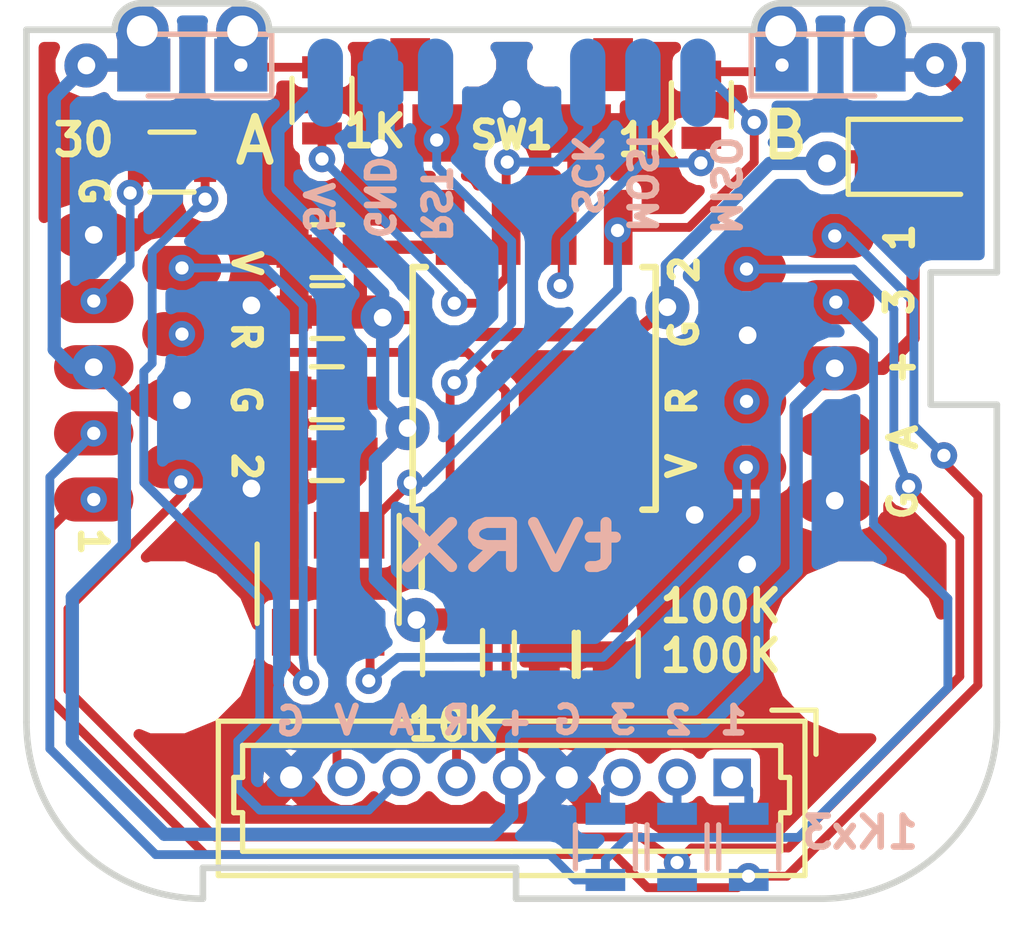
<source format=kicad_pcb>
(kicad_pcb (version 4) (host pcbnew 4.0.7)

  (general
    (links 66)
    (no_connects 0)
    (area 116.450001 85.85 163.088095 120.250001)
    (thickness 0.8)
    (drawings 62)
    (tracks 338)
    (zones 0)
    (modules 32)
    (nets 24)
  )

  (page A4)
  (layers
    (0 F.Cu signal)
    (31 B.Cu signal)
    (32 B.Adhes user)
    (33 F.Adhes user)
    (34 B.Paste user)
    (35 F.Paste user)
    (36 B.SilkS user)
    (37 F.SilkS user)
    (38 B.Mask user)
    (39 F.Mask user)
    (40 Dwgs.User user)
    (41 Cmts.User user)
    (42 Eco1.User user)
    (43 Eco2.User user)
    (44 Edge.Cuts user)
    (45 Margin user)
    (46 B.CrtYd user)
    (47 F.CrtYd user)
    (48 B.Fab user)
    (49 F.Fab user)
  )

  (setup
    (last_trace_width 0.2)
    (user_trace_width 0.3)
    (trace_clearance 0.1524)
    (zone_clearance 0.2)
    (zone_45_only no)
    (trace_min 0.1524)
    (segment_width 0.2)
    (edge_width 0.15)
    (via_size 0.6)
    (via_drill 0.3)
    (via_min_size 0.4)
    (via_min_drill 0.3)
    (uvia_size 0.3)
    (uvia_drill 0.1)
    (uvias_allowed no)
    (uvia_min_size 0.2)
    (uvia_min_drill 0.1)
    (pcb_text_width 0.3)
    (pcb_text_size 1.5 1.5)
    (mod_edge_width 0.15)
    (mod_text_size 1 1)
    (mod_text_width 0.15)
    (pad_size 1.2 1.2)
    (pad_drill 0.7)
    (pad_to_mask_clearance 0.06)
    (aux_axis_origin 128.8 92.05)
    (grid_origin 128.8 92.05)
    (visible_elements 7FFFFF7F)
    (pcbplotparams
      (layerselection 0x010f0_80000001)
      (usegerberextensions false)
      (usegerberattributes true)
      (excludeedgelayer false)
      (linewidth 0.100000)
      (plotframeref false)
      (viasonmask false)
      (mode 1)
      (useauxorigin false)
      (hpglpennumber 1)
      (hpglpenspeed 20)
      (hpglpendiameter 15)
      (hpglpenoverlay 2)
      (psnegative false)
      (psa4output false)
      (plotreference false)
      (plotvalue false)
      (plotinvisibletext false)
      (padsonsilk false)
      (subtractmaskfromsilk false)
      (outputformat 1)
      (mirror false)
      (drillshape 0)
      (scaleselection 1)
      (outputdirectory C:/src/Temp/Git/TinyDiversityRX5808/KiCad/Gerber/))
  )

  (net 0 "")
  (net 1 GND)
  (net 2 /PROG_PWR)
  (net 3 VCC)
  (net 4 "Net-(D1-Pad1)")
  (net 5 "Net-(D2-Pad1)")
  (net 6 "Net-(J1-Pad1)")
  (net 7 "Net-(J1-Pad2)")
  (net 8 "Net-(J1-Pad3)")
  (net 9 /RSSI_A)
  (net 10 /AUD_IN)
  (net 11 /VideoOut)
  (net 12 "Net-(J2-Pad1)")
  (net 13 "Net-(J2-Pad2)")
  (net 14 "Net-(J2-Pad3)")
  (net 15 /AUD_OUT)
  (net 16 /VideoA)
  (net 17 /RSSI_B)
  (net 18 "Net-(J3-Pad7)")
  (net 19 /VideoB)
  (net 20 /MISO)
  (net 21 /SCK)
  (net 22 /MOSI)
  (net 23 /RST)

  (net_class Default "This is the default net class."
    (clearance 0.1524)
    (trace_width 0.2)
    (via_dia 0.6)
    (via_drill 0.3)
    (uvia_dia 0.3)
    (uvia_drill 0.1)
    (add_net /AUD_IN)
    (add_net /AUD_OUT)
    (add_net /MISO)
    (add_net /MOSI)
    (add_net /RSSI_A)
    (add_net /RSSI_B)
    (add_net /RST)
    (add_net /SCK)
    (add_net /VideoA)
    (add_net /VideoB)
    (add_net /VideoOut)
    (add_net "Net-(D1-Pad1)")
    (add_net "Net-(D2-Pad1)")
    (add_net "Net-(J1-Pad1)")
    (add_net "Net-(J1-Pad2)")
    (add_net "Net-(J1-Pad3)")
    (add_net "Net-(J2-Pad1)")
    (add_net "Net-(J2-Pad2)")
    (add_net "Net-(J2-Pad3)")
    (add_net "Net-(J3-Pad7)")
  )

  (net_class GND ""
    (clearance 0.2)
    (trace_width 0.3)
    (via_dia 1)
    (via_drill 0.4)
    (uvia_dia 0.3)
    (uvia_drill 0.1)
    (add_net GND)
  )

  (net_class VCC ""
    (clearance 0.1524)
    (trace_width 0.3)
    (via_dia 1)
    (via_drill 0.4)
    (uvia_dia 0.3)
    (uvia_drill 0.1)
    (add_net /PROG_PWR)
    (add_net VCC)
  )

  (module Diodes_SMD:D_SOD-323 (layer F.Cu) (tedit 5B28F9CF) (tstamp 5A38F9A5)
    (at 148.93 94.93)
    (descr SOD-323)
    (tags SOD-323)
    (path /5A26639F)
    (attr smd)
    (fp_text reference D3 (at 1.07 -1.43) (layer F.SilkS) hide
      (effects (font (size 0.6 0.6) (thickness 0.15)))
    )
    (fp_text value B5819WS (at 0.1 1.9) (layer F.Fab) hide
      (effects (font (size 1 1) (thickness 0.15)))
    )
    (fp_text user %R (at 3.14 -0.26) (layer F.Fab) hide
      (effects (font (size 1 1) (thickness 0.15)))
    )
    (fp_line (start -1.5 -0.85) (end -1.5 0.85) (layer F.SilkS) (width 0.12))
    (fp_line (start 0.2 0) (end 0.45 0) (layer F.Fab) (width 0.1))
    (fp_line (start 0.2 0.35) (end -0.3 0) (layer F.Fab) (width 0.1))
    (fp_line (start 0.2 -0.35) (end 0.2 0.35) (layer F.Fab) (width 0.1))
    (fp_line (start -0.3 0) (end 0.2 -0.35) (layer F.Fab) (width 0.1))
    (fp_line (start -0.3 0) (end -0.5 0) (layer F.Fab) (width 0.1))
    (fp_line (start -0.3 -0.35) (end -0.3 0.35) (layer F.Fab) (width 0.1))
    (fp_line (start -0.9 0.7) (end -0.9 -0.7) (layer F.Fab) (width 0.1))
    (fp_line (start 0.9 0.7) (end -0.9 0.7) (layer F.Fab) (width 0.1))
    (fp_line (start 0.9 -0.7) (end 0.9 0.7) (layer F.Fab) (width 0.1))
    (fp_line (start -0.9 -0.7) (end 0.9 -0.7) (layer F.Fab) (width 0.1))
    (fp_line (start -1.6 -0.95) (end 1.6 -0.95) (layer F.CrtYd) (width 0.05))
    (fp_line (start 1.6 -0.95) (end 1.6 0.95) (layer F.CrtYd) (width 0.05))
    (fp_line (start -1.6 0.95) (end 1.6 0.95) (layer F.CrtYd) (width 0.05))
    (fp_line (start -1.6 -0.95) (end -1.6 0.95) (layer F.CrtYd) (width 0.05))
    (fp_line (start -1.5 0.85) (end 1.05 0.85) (layer F.SilkS) (width 0.12))
    (fp_line (start -1.5 -0.85) (end 1.05 -0.85) (layer F.SilkS) (width 0.12))
    (pad 1 smd rect (at -1.05 0) (size 0.6 1) (layers F.Cu F.Paste F.Mask)
      (net 2 /PROG_PWR))
    (pad 2 smd rect (at 1.05 0) (size 0.6 1) (layers F.Cu F.Paste F.Mask)
      (net 3 VCC))
    (model ${KISYS3DMOD}/Diodes_SMD.3dshapes/D_SOD-323.wrl
      (at (xyz 0 0 0))
      (scale (xyz 1 1 1))
      (rotate (xyz 0 0 0))
    )
  )

  (module Resistors_SMD:R_0603 (layer F.Cu) (tedit 5A3935E4) (tstamp 5A38FA8E)
    (at 141.99 106.21 90)
    (descr "Resistor SMD 0603, reflow soldering, Vishay (see dcrcw.pdf)")
    (tags "resistor 0603")
    (path /5A0C7885)
    (attr smd)
    (fp_text reference R5 (at 0 -1.45 90) (layer F.SilkS) hide
      (effects (font (size 1 1) (thickness 0.15)))
    )
    (fp_text value 100K (at 0 1.5 90) (layer F.Fab) hide
      (effects (font (size 1 1) (thickness 0.15)))
    )
    (fp_text user %R (at 0 0 90) (layer F.Fab)
      (effects (font (size 0.4 0.4) (thickness 0.075)))
    )
    (fp_line (start -0.8 0.4) (end -0.8 -0.4) (layer F.Fab) (width 0.1))
    (fp_line (start 0.8 0.4) (end -0.8 0.4) (layer F.Fab) (width 0.1))
    (fp_line (start 0.8 -0.4) (end 0.8 0.4) (layer F.Fab) (width 0.1))
    (fp_line (start -0.8 -0.4) (end 0.8 -0.4) (layer F.Fab) (width 0.1))
    (fp_line (start 0.5 0.68) (end -0.5 0.68) (layer F.SilkS) (width 0.12))
    (fp_line (start -0.5 -0.68) (end 0.5 -0.68) (layer F.SilkS) (width 0.12))
    (fp_line (start -1.25 -0.7) (end 1.25 -0.7) (layer F.CrtYd) (width 0.05))
    (fp_line (start -1.25 -0.7) (end -1.25 0.7) (layer F.CrtYd) (width 0.05))
    (fp_line (start 1.25 0.7) (end 1.25 -0.7) (layer F.CrtYd) (width 0.05))
    (fp_line (start 1.25 0.7) (end -1.25 0.7) (layer F.CrtYd) (width 0.05))
    (pad 1 smd rect (at -0.75 0 90) (size 0.5 0.9) (layers F.Cu F.Paste F.Mask)
      (net 1 GND))
    (pad 2 smd rect (at 0.75 0 90) (size 0.5 0.9) (layers F.Cu F.Paste F.Mask)
      (net 17 /RSSI_B))
    (model ${KISYS3DMOD}/Resistors_SMD.3dshapes/R_0603.wrl
      (at (xyz 0 0 0))
      (scale (xyz 1 1 1))
      (rotate (xyz 0 0 0))
    )
  )

  (module Button_TS-018 (layer F.Cu) (tedit 5B27D3EB) (tstamp 5A390C5D)
    (at 139.8 92.84)
    (path /5A3933B6)
    (fp_text reference SW1 (at 0 1.6) (layer F.SilkS)
      (effects (font (size 0.6 0.6) (thickness 0.15)))
    )
    (fp_text value SW_Push (at 0 -1.75) (layer F.Fab) hide
      (effects (font (size 1 1) (thickness 0.15)))
    )
    (fp_line (start -2.25 -0.9) (end 2.25 -0.9) (layer F.Fab) (width 0.1))
    (pad "" np_thru_hole circle (at -0.85 0) (size 0.6 0.6) (drill 0.6) (layers *.Cu *.Mask))
    (pad 2 smd rect (at 1.675 1.55) (size 1.15 1.3) (layers F.Cu F.Paste F.Mask)
      (net 1 GND))
    (pad 1 smd rect (at -1.675 1.55) (size 1.15 1.3) (layers F.Cu F.Paste F.Mask)
      (net 23 /RST))
    (pad "" smd rect (at -2.3 0) (size 0.9 1.2) (layers F.Cu F.Paste F.Mask))
    (pad "" smd rect (at 2.3 0) (size 0.9 1.2) (layers F.Cu F.Paste F.Mask))
    (pad "" np_thru_hole circle (at 0.85 0) (size 0.6 0.6) (drill 0.6) (layers *.Cu *.Mask))
  )

  (module Connectors:Pin_d0.7mm_L6.5mm_W1.8mm_FlatFork (layer F.Cu) (tedit 5AAFB37B) (tstamp 5AAFB706)
    (at 148.15 92.075)
    (descr "solder Pin_ with flat fork, hole diameter 0.7mm, length 6.5mm, width 1.8mm")
    (tags "solder Pin_ with flat fork")
    (fp_text reference REF** (at 0 1.8) (layer F.SilkS) hide
      (effects (font (size 1 1) (thickness 0.15)))
    )
    (fp_text value Pin_d0.7mm_L6.5mm_W1.8mm_FlatFork (at 0 -1.8) (layer F.Fab) hide
      (effects (font (size 1 1) (thickness 0.15)))
    )
    (pad 1 thru_hole circle (at 0 0) (size 1.2 1.2) (drill 0.7) (layers *.Cu *.Mask)
      (net 3 VCC))
    (model ${KISYS3DMOD}/Connectors.3dshapes/Pin_d0.7mm_L6.5mm_W1.8mm_FlatFork.wrl
      (at (xyz 0 0 0))
      (scale (xyz 1 1 1))
      (rotate (xyz 0 0 0))
    )
  )

  (module Connectors:Pin_d0.7mm_L6.5mm_W1.8mm_FlatFork (layer F.Cu) (tedit 5AAFB38D) (tstamp 5AAFB6FC)
    (at 145.9 92.075)
    (descr "solder Pin_ with flat fork, hole diameter 0.7mm, length 6.5mm, width 1.8mm")
    (tags "solder Pin_ with flat fork")
    (fp_text reference REF** (at 0 1.8) (layer F.SilkS) hide
      (effects (font (size 1 1) (thickness 0.15)))
    )
    (fp_text value Pin_d0.7mm_L6.5mm_W1.8mm_FlatFork (at 0 -1.8) (layer F.Fab) hide
      (effects (font (size 1 1) (thickness 0.15)))
    )
    (pad 1 thru_hole circle (at 0 0) (size 1.2 1.2) (drill 0.7) (layers *.Cu *.Mask)
      (net 5 "Net-(D2-Pad1)"))
    (model ${KISYS3DMOD}/Connectors.3dshapes/Pin_d0.7mm_L6.5mm_W1.8mm_FlatFork.wrl
      (at (xyz 0 0 0))
      (scale (xyz 1 1 1))
      (rotate (xyz 0 0 0))
    )
  )

  (module Connectors:Pin_d0.7mm_L6.5mm_W1.8mm_FlatFork (layer F.Cu) (tedit 5AAFB39C) (tstamp 5AAFB6F5)
    (at 133.7 92.075)
    (descr "solder Pin_ with flat fork, hole diameter 0.7mm, length 6.5mm, width 1.8mm")
    (tags "solder Pin_ with flat fork")
    (fp_text reference REF** (at 0 1.8) (layer F.SilkS) hide
      (effects (font (size 1 1) (thickness 0.15)))
    )
    (fp_text value Pin_d0.7mm_L6.5mm_W1.8mm_FlatFork (at 0 -1.8) (layer F.Fab) hide
      (effects (font (size 1 1) (thickness 0.15)))
    )
    (pad 1 thru_hole circle (at 0 0) (size 1.2 1.2) (drill 0.7) (layers *.Cu *.Mask)
      (net 4 "Net-(D1-Pad1)"))
    (model ${KISYS3DMOD}/Connectors.3dshapes/Pin_d0.7mm_L6.5mm_W1.8mm_FlatFork.wrl
      (at (xyz 0 0 0))
      (scale (xyz 1 1 1))
      (rotate (xyz 0 0 0))
    )
  )

  (module Connectors:Pin_d0.7mm_L6.5mm_W1.8mm_FlatFork (layer F.Cu) (tedit 5AAFB370) (tstamp 5AAFB4F4)
    (at 131.425 92.075)
    (descr "solder Pin_ with flat fork, hole diameter 0.7mm, length 6.5mm, width 1.8mm")
    (tags "solder Pin_ with flat fork")
    (fp_text reference REF** (at 0 1.8) (layer F.SilkS) hide
      (effects (font (size 1 1) (thickness 0.15)))
    )
    (fp_text value Pin_d0.7mm_L6.5mm_W1.8mm_FlatFork (at 0 -1.8) (layer F.Fab) hide
      (effects (font (size 1 1) (thickness 0.15)))
    )
    (pad 1 thru_hole circle (at 0 0) (size 1.2 1.2) (drill 0.7) (layers *.Cu *.Mask)
      (net 3 VCC))
    (model ${KISYS3DMOD}/Connectors.3dshapes/Pin_d0.7mm_L6.5mm_W1.8mm_FlatFork.wrl
      (at (xyz 0 0 0))
      (scale (xyz 1 1 1))
      (rotate (xyz 0 0 0))
    )
  )

  (module Mounting_Holes:MountingHole_2.5mm (layer F.Cu) (tedit 5A3B72BF) (tstamp 5A3A8754)
    (at 148.3 106.05)
    (descr "Mounting Hole 2.5mm, no annular")
    (tags "mounting hole 2.5mm no annular")
    (clearance 0.7)
    (attr virtual)
    (fp_text reference REF** (at 0 -3.5) (layer F.SilkS) hide
      (effects (font (size 1 1) (thickness 0.15)))
    )
    (fp_text value MountingHole_2.5mm (at 0 3.5) (layer F.Fab) hide
      (effects (font (size 1 1) (thickness 0.15)))
    )
    (pad "" np_thru_hole circle (at -0.7 0) (size 2.5 2.5) (drill 2.5) (layers *.Cu *.Mask))
  )

  (module Mounting_Holes:MountingHole_2.5mm (layer F.Cu) (tedit 5A3A848B) (tstamp 5A3A86F3)
    (at 132 106.05)
    (descr "Mounting Hole 2.5mm, no annular")
    (tags "mounting hole 2.5mm no annular")
    (clearance 0.7)
    (attr virtual)
    (fp_text reference REF** (at 0 -3.5) (layer F.SilkS) hide
      (effects (font (size 1 1) (thickness 0.15)))
    )
    (fp_text value MountingHole_2.5mm (at 0 3.5) (layer F.Fab) hide
      (effects (font (size 1 1) (thickness 0.15)))
    )
    (pad 1 np_thru_hole circle (at 0 0) (size 2.5 2.5) (drill 2.5) (layers *.Cu *.Mask))
  )

  (module LEDs:LED_0805 (layer F.Cu) (tedit 5A3A5749) (tstamp 5A3A6F91)
    (at 147.03 92.85)
    (descr "LED 0805 smd package")
    (tags "LED led 0805 SMD smd SMT smt smdled SMDLED smtled SMTLED")
    (path /5A0DD3D8)
    (attr smd)
    (fp_text reference D2 (at 0 -1.45) (layer F.SilkS) hide
      (effects (font (size 1 1) (thickness 0.15)))
    )
    (fp_text value LED (at 0 1.55) (layer F.Fab) hide
      (effects (font (size 1 1) (thickness 0.15)))
    )
    (fp_line (start -1.8 -0.7) (end -1.8 0.7) (layer F.SilkS) (width 0.12))
    (fp_line (start -0.4 -0.4) (end -0.4 0.4) (layer F.Fab) (width 0.1))
    (fp_line (start -0.4 0) (end 0.2 -0.4) (layer F.Fab) (width 0.1))
    (fp_line (start 0.2 0.4) (end -0.4 0) (layer F.Fab) (width 0.1))
    (fp_line (start 0.2 -0.4) (end 0.2 0.4) (layer F.Fab) (width 0.1))
    (fp_line (start 1 0.6) (end -1 0.6) (layer F.Fab) (width 0.1))
    (fp_line (start 1 -0.6) (end 1 0.6) (layer F.Fab) (width 0.1))
    (fp_line (start -1 -0.6) (end 1 -0.6) (layer F.Fab) (width 0.1))
    (fp_line (start -1 0.6) (end -1 -0.6) (layer F.Fab) (width 0.1))
    (fp_line (start -1.8 0.7) (end 1 0.7) (layer F.SilkS) (width 0.12))
    (fp_line (start -1.8 -0.7) (end 1 -0.7) (layer F.SilkS) (width 0.12))
    (fp_line (start 1.95 -0.85) (end 1.95 0.85) (layer F.CrtYd) (width 0.05))
    (fp_line (start 1.95 0.85) (end -1.95 0.85) (layer F.CrtYd) (width 0.05))
    (fp_line (start -1.95 0.85) (end -1.95 -0.85) (layer F.CrtYd) (width 0.05))
    (fp_line (start -1.95 -0.85) (end 1.95 -0.85) (layer F.CrtYd) (width 0.05))
    (fp_text user %R (at 0 -1.25) (layer F.Fab) hide
      (effects (font (size 0.4 0.4) (thickness 0.1)))
    )
    (pad 2 smd rect (at 1.1 0 180) (size 1.2 1.2) (layers F.Cu F.Paste F.Mask)
      (net 3 VCC))
    (pad 1 smd rect (at -1.1 0 180) (size 1.2 1.2) (layers F.Cu F.Paste F.Mask)
      (net 5 "Net-(D2-Pad1)"))
    (model ${KISYS3DMOD}/LEDs.3dshapes/LED_0805.wrl
      (at (xyz 0 0 0))
      (scale (xyz 1 1 1))
      (rotate (xyz 0 0 180))
    )
  )

  (module LEDs:LED_0805 (layer F.Cu) (tedit 5A3A57BB) (tstamp 5A3A6F1A)
    (at 132.56 92.85 180)
    (descr "LED 0805 smd package")
    (tags "LED led 0805 SMD smd SMT smt smdled SMDLED smtled SMTLED")
    (path /5A0C6D4C)
    (attr smd)
    (fp_text reference D1 (at 0 -1.45 180) (layer F.SilkS) hide
      (effects (font (size 1 1) (thickness 0.15)))
    )
    (fp_text value LED (at 0 1.55 180) (layer F.Fab) hide
      (effects (font (size 1 1) (thickness 0.15)))
    )
    (fp_line (start -1.8 -0.7) (end -1.8 0.7) (layer F.SilkS) (width 0.12))
    (fp_line (start -0.4 -0.4) (end -0.4 0.4) (layer F.Fab) (width 0.1))
    (fp_line (start -0.4 0) (end 0.2 -0.4) (layer F.Fab) (width 0.1))
    (fp_line (start 0.2 0.4) (end -0.4 0) (layer F.Fab) (width 0.1))
    (fp_line (start 0.2 -0.4) (end 0.2 0.4) (layer F.Fab) (width 0.1))
    (fp_line (start 1 0.6) (end -1 0.6) (layer F.Fab) (width 0.1))
    (fp_line (start 1 -0.6) (end 1 0.6) (layer F.Fab) (width 0.1))
    (fp_line (start -1 -0.6) (end 1 -0.6) (layer F.Fab) (width 0.1))
    (fp_line (start -1 0.6) (end -1 -0.6) (layer F.Fab) (width 0.1))
    (fp_line (start -1.8 0.7) (end 1 0.7) (layer F.SilkS) (width 0.12))
    (fp_line (start -1.8 -0.7) (end 1 -0.7) (layer F.SilkS) (width 0.12))
    (fp_line (start 1.95 -0.85) (end 1.95 0.85) (layer F.CrtYd) (width 0.05))
    (fp_line (start 1.95 0.85) (end -1.95 0.85) (layer F.CrtYd) (width 0.05))
    (fp_line (start -1.95 0.85) (end -1.95 -0.85) (layer F.CrtYd) (width 0.05))
    (fp_line (start -1.95 -0.85) (end 1.95 -0.85) (layer F.CrtYd) (width 0.05))
    (fp_text user %R (at 0 -1.25 180) (layer F.Fab) hide
      (effects (font (size 0.4 0.4) (thickness 0.1)))
    )
    (pad 2 smd rect (at 1.1 0) (size 1.2 1.2) (layers F.Cu F.Paste F.Mask)
      (net 3 VCC))
    (pad 1 smd rect (at -1.1 0) (size 1.2 1.2) (layers F.Cu F.Paste F.Mask)
      (net 4 "Net-(D1-Pad1)"))
    (model ${KISYS3DMOD}/LEDs.3dshapes/LED_0805.wrl
      (at (xyz 0 0 0))
      (scale (xyz 1 1 1))
      (rotate (xyz 0 0 180))
    )
  )

  (module Connectors_Molex:Molex_PicoBlade_53047-0910_09x1.25mm_Straight (layer F.Cu) (tedit 5B290FC2) (tstamp 5A38F9CF)
    (at 144.8 109 180)
    (descr "Molex PicoBlade, single row, top entry type, through hole, PN:53047-0910")
    (tags "connector molex picoblade")
    (path /5A0D69FF)
    (fp_text reference J1 (at 5 2.5 180) (layer F.SilkS) hide
      (effects (font (size 1 1) (thickness 0.15)))
    )
    (fp_text value Googles (at 4.95 -4.325 180) (layer F.Fab) hide
      (effects (font (size 1 1) (thickness 0.15)))
    )
    (fp_line (start -2 -2.55) (end -2 1.6) (layer F.CrtYd) (width 0.05))
    (fp_line (start -2 1.6) (end 12 1.6) (layer F.CrtYd) (width 0.05))
    (fp_line (start 12 1.6) (end 12 -2.55) (layer F.CrtYd) (width 0.05))
    (fp_line (start 12 -2.55) (end -2 -2.55) (layer F.CrtYd) (width 0.05))
    (fp_line (start -1.5 -2.075) (end -1.5 1.125) (layer F.Fab) (width 0.1))
    (fp_line (start -1.5 1.125) (end 11.5 1.125) (layer F.Fab) (width 0.1))
    (fp_line (start 11.5 1.125) (end 11.5 -2.075) (layer F.Fab) (width 0.1))
    (fp_line (start 11.5 -2.075) (end -1.5 -2.075) (layer F.Fab) (width 0.1))
    (fp_line (start -1.65 -2.225) (end -1.65 1.275) (layer F.SilkS) (width 0.12))
    (fp_line (start -1.65 1.275) (end 11.65 1.275) (layer F.SilkS) (width 0.12))
    (fp_line (start 11.65 1.275) (end 11.65 -2.225) (layer F.SilkS) (width 0.12))
    (fp_line (start 11.65 -2.225) (end -1.65 -2.225) (layer F.SilkS) (width 0.12))
    (fp_line (start 5 0.725) (end -1.1 0.725) (layer F.SilkS) (width 0.12))
    (fp_line (start -1.1 0.725) (end -1.1 0) (layer F.SilkS) (width 0.12))
    (fp_line (start -1.1 0) (end -1.3 0) (layer F.SilkS) (width 0.12))
    (fp_line (start -1.3 0) (end -1.3 -0.8) (layer F.SilkS) (width 0.12))
    (fp_line (start -1.3 -0.8) (end -1.1 -0.8) (layer F.SilkS) (width 0.12))
    (fp_line (start -1.1 -0.8) (end -1.1 -1.675) (layer F.SilkS) (width 0.12))
    (fp_line (start -1.1 -1.675) (end 5 -1.675) (layer F.SilkS) (width 0.12))
    (fp_line (start 5 0.725) (end 11.1 0.725) (layer F.SilkS) (width 0.12))
    (fp_line (start 11.1 0.725) (end 11.1 0) (layer F.SilkS) (width 0.12))
    (fp_line (start 11.1 0) (end 11.3 0) (layer F.SilkS) (width 0.12))
    (fp_line (start 11.3 0) (end 11.3 -0.8) (layer F.SilkS) (width 0.12))
    (fp_line (start 11.3 -0.8) (end 11.1 -0.8) (layer F.SilkS) (width 0.12))
    (fp_line (start 11.1 -0.8) (end 11.1 -1.675) (layer F.SilkS) (width 0.12))
    (fp_line (start 11.1 -1.675) (end 5 -1.675) (layer F.SilkS) (width 0.12))
    (fp_line (start -1.9 1.525) (end -1.9 0.525) (layer F.SilkS) (width 0.12))
    (fp_line (start -1.9 1.525) (end -0.9 1.525) (layer F.SilkS) (width 0.12))
    (fp_text user %R (at 5 -1.25 180) (layer F.Fab) hide
      (effects (font (size 1 1) (thickness 0.15)))
    )
    (pad 1 thru_hole rect (at 0 0 180) (size 0.85 0.85) (drill 0.5) (layers *.Cu *.Mask)
      (net 6 "Net-(J1-Pad1)"))
    (pad 2 thru_hole circle (at 1.25 0 180) (size 0.85 0.85) (drill 0.5) (layers *.Cu *.Mask)
      (net 7 "Net-(J1-Pad2)"))
    (pad 3 thru_hole circle (at 2.5 0 180) (size 0.85 0.85) (drill 0.5) (layers *.Cu *.Mask)
      (net 8 "Net-(J1-Pad3)"))
    (pad 4 thru_hole circle (at 3.75 0 180) (size 0.85 0.85) (drill 0.5) (layers *.Cu *.Mask)
      (net 1 GND))
    (pad 5 thru_hole circle (at 5 0 180) (size 0.85 0.85) (drill 0.5) (layers *.Cu *.Mask)
      (net 3 VCC))
    (pad 6 thru_hole circle (at 6.25 0 180) (size 0.85 0.85) (drill 0.5) (layers *.Cu *.Mask)
      (net 9 /RSSI_A))
    (pad 7 thru_hole circle (at 7.5 0 180) (size 0.85 0.85) (drill 0.5) (layers *.Cu *.Mask)
      (net 10 /AUD_IN))
    (pad 8 thru_hole circle (at 8.75 0 180) (size 0.85 0.85) (drill 0.5) (layers *.Cu *.Mask)
      (net 11 /VideoOut))
    (pad 9 thru_hole circle (at 10 0 180) (size 0.85 0.85) (drill 0.5) (layers *.Cu *.Mask)
      (net 1 GND))
    (model Connectors_Molex.3dshapes/Molex_PicoBlade_53047-0910.wrl
      (at (xyz 0.2 0 0))
      (scale (xyz 1 1 1))
      (rotate (xyz 0 0 180))
    )
  )

  (module Capacitors_SMD:C_0603 (layer F.Cu) (tedit 5A393691) (tstamp 5A38F92E)
    (at 135.61 101.67 180)
    (descr "Capacitor SMD 0603, reflow soldering, AVX (see smccp.pdf)")
    (tags "capacitor 0603")
    (path /5A0C6518)
    (attr smd)
    (fp_text reference C1 (at 0 -1.5 180) (layer F.SilkS) hide
      (effects (font (size 1 1) (thickness 0.15)))
    )
    (fp_text value 100n (at 0 1.5 180) (layer F.Fab) hide
      (effects (font (size 1 1) (thickness 0.15)))
    )
    (fp_line (start 1.4 0.65) (end -1.4 0.65) (layer F.CrtYd) (width 0.05))
    (fp_line (start 1.4 0.65) (end 1.4 -0.65) (layer F.CrtYd) (width 0.05))
    (fp_line (start -1.4 -0.65) (end -1.4 0.65) (layer F.CrtYd) (width 0.05))
    (fp_line (start -1.4 -0.65) (end 1.4 -0.65) (layer F.CrtYd) (width 0.05))
    (fp_line (start 0.35 0.6) (end -0.35 0.6) (layer F.SilkS) (width 0.12))
    (fp_line (start -0.35 -0.6) (end 0.35 -0.6) (layer F.SilkS) (width 0.12))
    (fp_line (start -0.8 -0.4) (end 0.8 -0.4) (layer F.Fab) (width 0.1))
    (fp_line (start 0.8 -0.4) (end 0.8 0.4) (layer F.Fab) (width 0.1))
    (fp_line (start 0.8 0.4) (end -0.8 0.4) (layer F.Fab) (width 0.1))
    (fp_line (start -0.8 0.4) (end -0.8 -0.4) (layer F.Fab) (width 0.1))
    (fp_text user %R (at 0 0 180) (layer F.Fab)
      (effects (font (size 0.3 0.3) (thickness 0.075)))
    )
    (pad 2 smd rect (at 0.75 0 180) (size 0.8 0.75) (layers F.Cu F.Paste F.Mask)
      (net 1 GND))
    (pad 1 smd rect (at -0.75 0 180) (size 0.8 0.75) (layers F.Cu F.Paste F.Mask)
      (net 2 /PROG_PWR))
    (model Capacitors_SMD.3dshapes/C_0603.wrl
      (at (xyz 0 0 0))
      (scale (xyz 1 1 1))
      (rotate (xyz 0 0 0))
    )
  )

  (module Capacitors_SMD:C_0603 (layer F.Cu) (tedit 5A393695) (tstamp 5A38F93F)
    (at 135.61 100.29 180)
    (descr "Capacitor SMD 0603, reflow soldering, AVX (see smccp.pdf)")
    (tags "capacitor 0603")
    (path /5A0C641B)
    (attr smd)
    (fp_text reference C2 (at 0 -1.5 180) (layer F.SilkS) hide
      (effects (font (size 1 1) (thickness 0.15)))
    )
    (fp_text value 10n (at 0 1.5 180) (layer F.Fab) hide
      (effects (font (size 1 1) (thickness 0.15)))
    )
    (fp_line (start 1.4 0.65) (end -1.4 0.65) (layer F.CrtYd) (width 0.05))
    (fp_line (start 1.4 0.65) (end 1.4 -0.65) (layer F.CrtYd) (width 0.05))
    (fp_line (start -1.4 -0.65) (end -1.4 0.65) (layer F.CrtYd) (width 0.05))
    (fp_line (start -1.4 -0.65) (end 1.4 -0.65) (layer F.CrtYd) (width 0.05))
    (fp_line (start 0.35 0.6) (end -0.35 0.6) (layer F.SilkS) (width 0.12))
    (fp_line (start -0.35 -0.6) (end 0.35 -0.6) (layer F.SilkS) (width 0.12))
    (fp_line (start -0.8 -0.4) (end 0.8 -0.4) (layer F.Fab) (width 0.1))
    (fp_line (start 0.8 -0.4) (end 0.8 0.4) (layer F.Fab) (width 0.1))
    (fp_line (start 0.8 0.4) (end -0.8 0.4) (layer F.Fab) (width 0.1))
    (fp_line (start -0.8 0.4) (end -0.8 -0.4) (layer F.Fab) (width 0.1))
    (fp_text user %R (at 0 0 180) (layer F.Fab)
      (effects (font (size 0.3 0.3) (thickness 0.075)))
    )
    (pad 2 smd rect (at 0.75 0 180) (size 0.8 0.75) (layers F.Cu F.Paste F.Mask)
      (net 1 GND))
    (pad 1 smd rect (at -0.75 0 180) (size 0.8 0.75) (layers F.Cu F.Paste F.Mask)
      (net 2 /PROG_PWR))
    (model Capacitors_SMD.3dshapes/C_0603.wrl
      (at (xyz 0 0 0))
      (scale (xyz 1 1 1))
      (rotate (xyz 0 0 0))
    )
  )

  (module Capacitors_SMD:C_0603 (layer F.Cu) (tedit 5A393669) (tstamp 5A38F950)
    (at 135.62 97.07)
    (descr "Capacitor SMD 0603, reflow soldering, AVX (see smccp.pdf)")
    (tags "capacitor 0603")
    (path /5A0C6561)
    (attr smd)
    (fp_text reference C3 (at 0 -1.5) (layer F.SilkS) hide
      (effects (font (size 1 1) (thickness 0.15)))
    )
    (fp_text value 100n (at 0 1.5) (layer F.Fab) hide
      (effects (font (size 1 1) (thickness 0.15)))
    )
    (fp_line (start 1.4 0.65) (end -1.4 0.65) (layer F.CrtYd) (width 0.05))
    (fp_line (start 1.4 0.65) (end 1.4 -0.65) (layer F.CrtYd) (width 0.05))
    (fp_line (start -1.4 -0.65) (end -1.4 0.65) (layer F.CrtYd) (width 0.05))
    (fp_line (start -1.4 -0.65) (end 1.4 -0.65) (layer F.CrtYd) (width 0.05))
    (fp_line (start 0.35 0.6) (end -0.35 0.6) (layer F.SilkS) (width 0.12))
    (fp_line (start -0.35 -0.6) (end 0.35 -0.6) (layer F.SilkS) (width 0.12))
    (fp_line (start -0.8 -0.4) (end 0.8 -0.4) (layer F.Fab) (width 0.1))
    (fp_line (start 0.8 -0.4) (end 0.8 0.4) (layer F.Fab) (width 0.1))
    (fp_line (start 0.8 0.4) (end -0.8 0.4) (layer F.Fab) (width 0.1))
    (fp_line (start -0.8 0.4) (end -0.8 -0.4) (layer F.Fab) (width 0.1))
    (fp_text user %R (at 0 0) (layer F.Fab)
      (effects (font (size 0.3 0.3) (thickness 0.075)))
    )
    (pad 2 smd rect (at 0.75 0) (size 0.8 0.75) (layers F.Cu F.Paste F.Mask)
      (net 2 /PROG_PWR))
    (pad 1 smd rect (at -0.75 0) (size 0.8 0.75) (layers F.Cu F.Paste F.Mask)
      (net 1 GND))
    (model Capacitors_SMD.3dshapes/C_0603.wrl
      (at (xyz 0 0 0))
      (scale (xyz 1 1 1))
      (rotate (xyz 0 0 0))
    )
  )

  (module Capacitors_SMD:C_0603 (layer F.Cu) (tedit 5A393663) (tstamp 5A38F961)
    (at 135.62 98.45)
    (descr "Capacitor SMD 0603, reflow soldering, AVX (see smccp.pdf)")
    (tags "capacitor 0603")
    (path /5A0C6633)
    (attr smd)
    (fp_text reference C4 (at 0 -1.5) (layer F.SilkS) hide
      (effects (font (size 1 1) (thickness 0.15)))
    )
    (fp_text value 10uf (at 0 1.5) (layer F.Fab) hide
      (effects (font (size 1 1) (thickness 0.15)))
    )
    (fp_line (start 1.4 0.65) (end -1.4 0.65) (layer F.CrtYd) (width 0.05))
    (fp_line (start 1.4 0.65) (end 1.4 -0.65) (layer F.CrtYd) (width 0.05))
    (fp_line (start -1.4 -0.65) (end -1.4 0.65) (layer F.CrtYd) (width 0.05))
    (fp_line (start -1.4 -0.65) (end 1.4 -0.65) (layer F.CrtYd) (width 0.05))
    (fp_line (start 0.35 0.6) (end -0.35 0.6) (layer F.SilkS) (width 0.12))
    (fp_line (start -0.35 -0.6) (end 0.35 -0.6) (layer F.SilkS) (width 0.12))
    (fp_line (start -0.8 -0.4) (end 0.8 -0.4) (layer F.Fab) (width 0.1))
    (fp_line (start 0.8 -0.4) (end 0.8 0.4) (layer F.Fab) (width 0.1))
    (fp_line (start 0.8 0.4) (end -0.8 0.4) (layer F.Fab) (width 0.1))
    (fp_line (start -0.8 0.4) (end -0.8 -0.4) (layer F.Fab) (width 0.1))
    (fp_text user %R (at 0 0) (layer F.Fab)
      (effects (font (size 0.3 0.3) (thickness 0.075)))
    )
    (pad 2 smd rect (at 0.75 0) (size 0.8 0.75) (layers F.Cu F.Paste F.Mask)
      (net 2 /PROG_PWR))
    (pad 1 smd rect (at -0.75 0) (size 0.8 0.75) (layers F.Cu F.Paste F.Mask)
      (net 1 GND))
    (model Capacitors_SMD.3dshapes/C_0603.wrl
      (at (xyz 0 0 0))
      (scale (xyz 1 1 1))
      (rotate (xyz 0 0 0))
    )
  )

  (module Resistors_SMD:R_0603 (layer B.Cu) (tedit 5A3A3385) (tstamp 5A38FA4A)
    (at 141.925 110.575 270)
    (descr "Resistor SMD 0603, reflow soldering, Vishay (see dcrcw.pdf)")
    (tags "resistor 0603")
    (path /5A0C9CF4)
    (attr smd)
    (fp_text reference R1 (at 0 1.45 270) (layer B.SilkS) hide
      (effects (font (size 1 1) (thickness 0.15)) (justify mirror))
    )
    (fp_text value 1K (at 0 -1.5 270) (layer B.Fab) hide
      (effects (font (size 1 1) (thickness 0.15)) (justify mirror))
    )
    (fp_text user %R (at 0 0 270) (layer B.Fab)
      (effects (font (size 0.4 0.4) (thickness 0.075)) (justify mirror))
    )
    (fp_line (start -0.8 -0.4) (end -0.8 0.4) (layer B.Fab) (width 0.1))
    (fp_line (start 0.8 -0.4) (end -0.8 -0.4) (layer B.Fab) (width 0.1))
    (fp_line (start 0.8 0.4) (end 0.8 -0.4) (layer B.Fab) (width 0.1))
    (fp_line (start -0.8 0.4) (end 0.8 0.4) (layer B.Fab) (width 0.1))
    (fp_line (start 0.5 -0.68) (end -0.5 -0.68) (layer B.SilkS) (width 0.12))
    (fp_line (start -0.5 0.68) (end 0.5 0.68) (layer B.SilkS) (width 0.12))
    (fp_line (start -1.25 0.7) (end 1.25 0.7) (layer B.CrtYd) (width 0.05))
    (fp_line (start -1.25 0.7) (end -1.25 -0.7) (layer B.CrtYd) (width 0.05))
    (fp_line (start 1.25 -0.7) (end 1.25 0.7) (layer B.CrtYd) (width 0.05))
    (fp_line (start 1.25 -0.7) (end -1.25 -0.7) (layer B.CrtYd) (width 0.05))
    (pad 1 smd rect (at -0.75 0 270) (size 0.5 0.9) (layers B.Cu B.Paste B.Mask)
      (net 8 "Net-(J1-Pad3)"))
    (pad 2 smd rect (at 0.75 0 270) (size 0.5 0.9) (layers B.Cu B.Paste B.Mask)
      (net 14 "Net-(J2-Pad3)"))
    (model ${KISYS3DMOD}/Resistors_SMD.3dshapes/R_0603.wrl
      (at (xyz 0 0 0))
      (scale (xyz 1 1 1))
      (rotate (xyz 0 0 0))
    )
  )

  (module Resistors_SMD:R_0603 (layer B.Cu) (tedit 5A3A3367) (tstamp 5A38FA5B)
    (at 143.55 110.575 270)
    (descr "Resistor SMD 0603, reflow soldering, Vishay (see dcrcw.pdf)")
    (tags "resistor 0603")
    (path /5A0C9E6A)
    (attr smd)
    (fp_text reference R2 (at 0 1.45 270) (layer B.SilkS) hide
      (effects (font (size 1 1) (thickness 0.15)) (justify mirror))
    )
    (fp_text value 1K (at 0 -1.5 270) (layer B.Fab) hide
      (effects (font (size 1 1) (thickness 0.15)) (justify mirror))
    )
    (fp_text user %R (at 0 0 270) (layer B.Fab)
      (effects (font (size 0.4 0.4) (thickness 0.075)) (justify mirror))
    )
    (fp_line (start -0.8 -0.4) (end -0.8 0.4) (layer B.Fab) (width 0.1))
    (fp_line (start 0.8 -0.4) (end -0.8 -0.4) (layer B.Fab) (width 0.1))
    (fp_line (start 0.8 0.4) (end 0.8 -0.4) (layer B.Fab) (width 0.1))
    (fp_line (start -0.8 0.4) (end 0.8 0.4) (layer B.Fab) (width 0.1))
    (fp_line (start 0.5 -0.68) (end -0.5 -0.68) (layer B.SilkS) (width 0.12))
    (fp_line (start -0.5 0.68) (end 0.5 0.68) (layer B.SilkS) (width 0.12))
    (fp_line (start -1.25 0.7) (end 1.25 0.7) (layer B.CrtYd) (width 0.05))
    (fp_line (start -1.25 0.7) (end -1.25 -0.7) (layer B.CrtYd) (width 0.05))
    (fp_line (start 1.25 -0.7) (end 1.25 0.7) (layer B.CrtYd) (width 0.05))
    (fp_line (start 1.25 -0.7) (end -1.25 -0.7) (layer B.CrtYd) (width 0.05))
    (pad 1 smd rect (at -0.75 0 270) (size 0.5 0.9) (layers B.Cu B.Paste B.Mask)
      (net 7 "Net-(J1-Pad2)"))
    (pad 2 smd rect (at 0.75 0 270) (size 0.5 0.9) (layers B.Cu B.Paste B.Mask)
      (net 13 "Net-(J2-Pad2)"))
    (model ${KISYS3DMOD}/Resistors_SMD.3dshapes/R_0603.wrl
      (at (xyz 0 0 0))
      (scale (xyz 1 1 1))
      (rotate (xyz 0 0 0))
    )
  )

  (module Resistors_SMD:R_0603 (layer B.Cu) (tedit 5A3A3306) (tstamp 5A38FA6C)
    (at 145.175 110.575 270)
    (descr "Resistor SMD 0603, reflow soldering, Vishay (see dcrcw.pdf)")
    (tags "resistor 0603")
    (path /5A0C9EB1)
    (attr smd)
    (fp_text reference R3 (at 0 1.45 270) (layer B.SilkS) hide
      (effects (font (size 1 1) (thickness 0.15)) (justify mirror))
    )
    (fp_text value 1K (at 0 -1.5 270) (layer B.Fab) hide
      (effects (font (size 1 1) (thickness 0.15)) (justify mirror))
    )
    (fp_text user %R (at 0 0 270) (layer B.Fab)
      (effects (font (size 0.4 0.4) (thickness 0.075)) (justify mirror))
    )
    (fp_line (start -0.8 -0.4) (end -0.8 0.4) (layer B.Fab) (width 0.1))
    (fp_line (start 0.8 -0.4) (end -0.8 -0.4) (layer B.Fab) (width 0.1))
    (fp_line (start 0.8 0.4) (end 0.8 -0.4) (layer B.Fab) (width 0.1))
    (fp_line (start -0.8 0.4) (end 0.8 0.4) (layer B.Fab) (width 0.1))
    (fp_line (start 0.5 -0.68) (end -0.5 -0.68) (layer B.SilkS) (width 0.12))
    (fp_line (start -0.5 0.68) (end 0.5 0.68) (layer B.SilkS) (width 0.12))
    (fp_line (start -1.25 0.7) (end 1.25 0.7) (layer B.CrtYd) (width 0.05))
    (fp_line (start -1.25 0.7) (end -1.25 -0.7) (layer B.CrtYd) (width 0.05))
    (fp_line (start 1.25 -0.7) (end 1.25 0.7) (layer B.CrtYd) (width 0.05))
    (fp_line (start 1.25 -0.7) (end -1.25 -0.7) (layer B.CrtYd) (width 0.05))
    (pad 1 smd rect (at -0.75 0 270) (size 0.5 0.9) (layers B.Cu B.Paste B.Mask)
      (net 6 "Net-(J1-Pad1)"))
    (pad 2 smd rect (at 0.75 0 270) (size 0.5 0.9) (layers B.Cu B.Paste B.Mask)
      (net 12 "Net-(J2-Pad1)"))
    (model ${KISYS3DMOD}/Resistors_SMD.3dshapes/R_0603.wrl
      (at (xyz 0 0 0))
      (scale (xyz 1 1 1))
      (rotate (xyz 0 0 0))
    )
  )

  (module Resistors_SMD:R_0603 (layer F.Cu) (tedit 5A393602) (tstamp 5A38FA7D)
    (at 140.54 106.21 90)
    (descr "Resistor SMD 0603, reflow soldering, Vishay (see dcrcw.pdf)")
    (tags "resistor 0603")
    (path /5A0C7A3B)
    (attr smd)
    (fp_text reference R4 (at 0 -1.45 90) (layer F.SilkS) hide
      (effects (font (size 1 1) (thickness 0.15)))
    )
    (fp_text value 100K (at 0 1.5 90) (layer F.Fab) hide
      (effects (font (size 1 1) (thickness 0.15)))
    )
    (fp_text user %R (at 0 0 90) (layer F.Fab)
      (effects (font (size 0.4 0.4) (thickness 0.075)))
    )
    (fp_line (start -0.8 0.4) (end -0.8 -0.4) (layer F.Fab) (width 0.1))
    (fp_line (start 0.8 0.4) (end -0.8 0.4) (layer F.Fab) (width 0.1))
    (fp_line (start 0.8 -0.4) (end 0.8 0.4) (layer F.Fab) (width 0.1))
    (fp_line (start -0.8 -0.4) (end 0.8 -0.4) (layer F.Fab) (width 0.1))
    (fp_line (start 0.5 0.68) (end -0.5 0.68) (layer F.SilkS) (width 0.12))
    (fp_line (start -0.5 -0.68) (end 0.5 -0.68) (layer F.SilkS) (width 0.12))
    (fp_line (start -1.25 -0.7) (end 1.25 -0.7) (layer F.CrtYd) (width 0.05))
    (fp_line (start -1.25 -0.7) (end -1.25 0.7) (layer F.CrtYd) (width 0.05))
    (fp_line (start 1.25 0.7) (end 1.25 -0.7) (layer F.CrtYd) (width 0.05))
    (fp_line (start 1.25 0.7) (end -1.25 0.7) (layer F.CrtYd) (width 0.05))
    (pad 1 smd rect (at -0.75 0 90) (size 0.5 0.9) (layers F.Cu F.Paste F.Mask)
      (net 1 GND))
    (pad 2 smd rect (at 0.75 0 90) (size 0.5 0.9) (layers F.Cu F.Paste F.Mask)
      (net 9 /RSSI_A))
    (model ${KISYS3DMOD}/Resistors_SMD.3dshapes/R_0603.wrl
      (at (xyz 0 0 0))
      (scale (xyz 1 1 1))
      (rotate (xyz 0 0 0))
    )
  )

  (module Resistors_SMD:R_0603 (layer F.Cu) (tedit 5A3930FB) (tstamp 5A38FA9F)
    (at 135.5 93.65 90)
    (descr "Resistor SMD 0603, reflow soldering, Vishay (see dcrcw.pdf)")
    (tags "resistor 0603")
    (path /5A0C74A3)
    (attr smd)
    (fp_text reference R6 (at 0 -1.45 90) (layer F.SilkS) hide
      (effects (font (size 1 1) (thickness 0.15)))
    )
    (fp_text value 1K (at 0 1.5 90) (layer F.Fab) hide
      (effects (font (size 1 1) (thickness 0.15)))
    )
    (fp_text user %R (at 0 0 90) (layer F.Fab)
      (effects (font (size 0.4 0.4) (thickness 0.075)))
    )
    (fp_line (start -0.8 0.4) (end -0.8 -0.4) (layer F.Fab) (width 0.1))
    (fp_line (start 0.8 0.4) (end -0.8 0.4) (layer F.Fab) (width 0.1))
    (fp_line (start 0.8 -0.4) (end 0.8 0.4) (layer F.Fab) (width 0.1))
    (fp_line (start -0.8 -0.4) (end 0.8 -0.4) (layer F.Fab) (width 0.1))
    (fp_line (start 0.5 0.68) (end -0.5 0.68) (layer F.SilkS) (width 0.12))
    (fp_line (start -0.5 -0.68) (end 0.5 -0.68) (layer F.SilkS) (width 0.12))
    (fp_line (start -1.25 -0.7) (end 1.25 -0.7) (layer F.CrtYd) (width 0.05))
    (fp_line (start -1.25 -0.7) (end -1.25 0.7) (layer F.CrtYd) (width 0.05))
    (fp_line (start 1.25 0.7) (end 1.25 -0.7) (layer F.CrtYd) (width 0.05))
    (fp_line (start 1.25 0.7) (end -1.25 0.7) (layer F.CrtYd) (width 0.05))
    (pad 1 smd rect (at -0.75 0 90) (size 0.5 0.9) (layers F.Cu F.Paste F.Mask)
      (net 21 /SCK))
    (pad 2 smd rect (at 0.75 0 90) (size 0.5 0.9) (layers F.Cu F.Paste F.Mask)
      (net 4 "Net-(D1-Pad1)"))
    (model ${KISYS3DMOD}/Resistors_SMD.3dshapes/R_0603.wrl
      (at (xyz 0 0 0))
      (scale (xyz 1 1 1))
      (rotate (xyz 0 0 0))
    )
  )

  (module Resistors_SMD:R_0603 (layer F.Cu) (tedit 5A3930ED) (tstamp 5A38FAB0)
    (at 144.1 93.75 90)
    (descr "Resistor SMD 0603, reflow soldering, Vishay (see dcrcw.pdf)")
    (tags "resistor 0603")
    (path /5A0DD8D6)
    (attr smd)
    (fp_text reference R7 (at 0 -1.45 90) (layer F.SilkS) hide
      (effects (font (size 1 1) (thickness 0.15)))
    )
    (fp_text value 1K (at 0 1.5 90) (layer F.Fab) hide
      (effects (font (size 1 1) (thickness 0.15)))
    )
    (fp_text user %R (at 0 0 90) (layer F.Fab)
      (effects (font (size 0.4 0.4) (thickness 0.075)))
    )
    (fp_line (start -0.8 0.4) (end -0.8 -0.4) (layer F.Fab) (width 0.1))
    (fp_line (start 0.8 0.4) (end -0.8 0.4) (layer F.Fab) (width 0.1))
    (fp_line (start 0.8 -0.4) (end 0.8 0.4) (layer F.Fab) (width 0.1))
    (fp_line (start -0.8 -0.4) (end 0.8 -0.4) (layer F.Fab) (width 0.1))
    (fp_line (start 0.5 0.68) (end -0.5 0.68) (layer F.SilkS) (width 0.12))
    (fp_line (start -0.5 -0.68) (end 0.5 -0.68) (layer F.SilkS) (width 0.12))
    (fp_line (start -1.25 -0.7) (end 1.25 -0.7) (layer F.CrtYd) (width 0.05))
    (fp_line (start -1.25 -0.7) (end -1.25 0.7) (layer F.CrtYd) (width 0.05))
    (fp_line (start 1.25 0.7) (end 1.25 -0.7) (layer F.CrtYd) (width 0.05))
    (fp_line (start 1.25 0.7) (end -1.25 0.7) (layer F.CrtYd) (width 0.05))
    (pad 1 smd rect (at -0.75 0 90) (size 0.5 0.9) (layers F.Cu F.Paste F.Mask)
      (net 20 /MISO))
    (pad 2 smd rect (at 0.75 0 90) (size 0.5 0.9) (layers F.Cu F.Paste F.Mask)
      (net 5 "Net-(D2-Pad1)"))
    (model ${KISYS3DMOD}/Resistors_SMD.3dshapes/R_0603.wrl
      (at (xyz 0 0 0))
      (scale (xyz 1 1 1))
      (rotate (xyz 0 0 0))
    )
  )

  (module Resistors_SMD:R_0603 (layer F.Cu) (tedit 5A3A38C8) (tstamp 5A38FAC1)
    (at 132.1 95.05 180)
    (descr "Resistor SMD 0603, reflow soldering, Vishay (see dcrcw.pdf)")
    (tags "resistor 0603")
    (path /5A0D9886)
    (attr smd)
    (fp_text reference R8 (at 0 -1.45 180) (layer F.SilkS) hide
      (effects (font (size 1 1) (thickness 0.15)))
    )
    (fp_text value 30 (at 0 1.5 180) (layer F.Fab) hide
      (effects (font (size 1 1) (thickness 0.15)))
    )
    (fp_text user %R (at 0 0 180) (layer F.Fab)
      (effects (font (size 0.4 0.4) (thickness 0.075)))
    )
    (fp_line (start -0.8 0.4) (end -0.8 -0.4) (layer F.Fab) (width 0.1))
    (fp_line (start 0.8 0.4) (end -0.8 0.4) (layer F.Fab) (width 0.1))
    (fp_line (start 0.8 -0.4) (end 0.8 0.4) (layer F.Fab) (width 0.1))
    (fp_line (start -0.8 -0.4) (end 0.8 -0.4) (layer F.Fab) (width 0.1))
    (fp_line (start 0.5 0.68) (end -0.5 0.68) (layer F.SilkS) (width 0.12))
    (fp_line (start -0.5 -0.68) (end 0.5 -0.68) (layer F.SilkS) (width 0.12))
    (fp_line (start -1.25 -0.7) (end 1.25 -0.7) (layer F.CrtYd) (width 0.05))
    (fp_line (start -1.25 -0.7) (end -1.25 0.7) (layer F.CrtYd) (width 0.05))
    (fp_line (start 1.25 0.7) (end 1.25 -0.7) (layer F.CrtYd) (width 0.05))
    (fp_line (start 1.25 0.7) (end -1.25 0.7) (layer F.CrtYd) (width 0.05))
    (pad 1 smd rect (at -0.75 0 180) (size 0.5 0.9) (layers F.Cu F.Paste F.Mask)
      (net 10 /AUD_IN))
    (pad 2 smd rect (at 0.75 0 180) (size 0.5 0.9) (layers F.Cu F.Paste F.Mask)
      (net 15 /AUD_OUT))
    (model ${KISYS3DMOD}/Resistors_SMD.3dshapes/R_0603.wrl
      (at (xyz 0 0 0))
      (scale (xyz 1 1 1))
      (rotate (xyz 0 0 0))
    )
  )

  (module Resistors_SMD:R_0603 (layer F.Cu) (tedit 5A3A3ED7) (tstamp 5A38FAD2)
    (at 138.46 106.17 90)
    (descr "Resistor SMD 0603, reflow soldering, Vishay (see dcrcw.pdf)")
    (tags "resistor 0603")
    (path /5A0DFD39)
    (attr smd)
    (fp_text reference R9 (at 0 -1.45 90) (layer F.SilkS) hide
      (effects (font (size 1 1) (thickness 0.15)))
    )
    (fp_text value 10K (at 0 1.5 90) (layer F.Fab) hide
      (effects (font (size 1 1) (thickness 0.15)))
    )
    (fp_text user %R (at 0 0 90) (layer F.Fab)
      (effects (font (size 0.4 0.4) (thickness 0.075)))
    )
    (fp_line (start -0.8 0.4) (end -0.8 -0.4) (layer F.Fab) (width 0.1))
    (fp_line (start 0.8 0.4) (end -0.8 0.4) (layer F.Fab) (width 0.1))
    (fp_line (start 0.8 -0.4) (end 0.8 0.4) (layer F.Fab) (width 0.1))
    (fp_line (start -0.8 -0.4) (end 0.8 -0.4) (layer F.Fab) (width 0.1))
    (fp_line (start 0.5 0.68) (end -0.5 0.68) (layer F.SilkS) (width 0.12))
    (fp_line (start -0.5 -0.68) (end 0.5 -0.68) (layer F.SilkS) (width 0.12))
    (fp_line (start -1.25 -0.7) (end 1.25 -0.7) (layer F.CrtYd) (width 0.05))
    (fp_line (start -1.25 -0.7) (end -1.25 0.7) (layer F.CrtYd) (width 0.05))
    (fp_line (start 1.25 0.7) (end 1.25 -0.7) (layer F.CrtYd) (width 0.05))
    (fp_line (start 1.25 0.7) (end -1.25 0.7) (layer F.CrtYd) (width 0.05))
    (pad 1 smd rect (at -0.75 0 90) (size 0.5 0.9) (layers F.Cu F.Paste F.Mask)
      (net 23 /RST))
    (pad 2 smd rect (at 0.75 0 90) (size 0.5 0.9) (layers F.Cu F.Paste F.Mask)
      (net 2 /PROG_PWR))
    (model ${KISYS3DMOD}/Resistors_SMD.3dshapes/R_0603.wrl
      (at (xyz 0 0 0))
      (scale (xyz 1 1 1))
      (rotate (xyz 0 0 0))
    )
  )

  (module TO_SOT_Packages_SMD:SOT-23-6 (layer F.Cu) (tedit 5A392FC3) (tstamp 5A38FB07)
    (at 135.64 104.61 270)
    (descr "6-pin SOT-23 package")
    (tags SOT-23-6)
    (path /5A0C5824)
    (attr smd)
    (fp_text reference U1 (at 0 -2.9 270) (layer F.SilkS) hide
      (effects (font (size 1 1) (thickness 0.15)))
    )
    (fp_text value MAX4624 (at 0 2.9 270) (layer F.Fab) hide
      (effects (font (size 1 1) (thickness 0.15)))
    )
    (fp_text user %R (at 0 0 360) (layer F.Fab)
      (effects (font (size 0.5 0.5) (thickness 0.075)))
    )
    (fp_line (start -0.9 1.61) (end 0.9 1.61) (layer F.SilkS) (width 0.12))
    (fp_line (start 0.9 -1.61) (end -1.55 -1.61) (layer F.SilkS) (width 0.12))
    (fp_line (start 1.9 -1.8) (end -1.9 -1.8) (layer F.CrtYd) (width 0.05))
    (fp_line (start 1.9 1.8) (end 1.9 -1.8) (layer F.CrtYd) (width 0.05))
    (fp_line (start -1.9 1.8) (end 1.9 1.8) (layer F.CrtYd) (width 0.05))
    (fp_line (start -1.9 -1.8) (end -1.9 1.8) (layer F.CrtYd) (width 0.05))
    (fp_line (start -0.9 -0.9) (end -0.25 -1.55) (layer F.Fab) (width 0.1))
    (fp_line (start 0.9 -1.55) (end -0.25 -1.55) (layer F.Fab) (width 0.1))
    (fp_line (start -0.9 -0.9) (end -0.9 1.55) (layer F.Fab) (width 0.1))
    (fp_line (start 0.9 1.55) (end -0.9 1.55) (layer F.Fab) (width 0.1))
    (fp_line (start 0.9 -1.55) (end 0.9 1.55) (layer F.Fab) (width 0.1))
    (pad 1 smd rect (at -1.1 -0.95 270) (size 1.06 0.65) (layers F.Cu F.Paste F.Mask)
      (net 22 /MOSI))
    (pad 2 smd rect (at -1.1 0 270) (size 1.06 0.65) (layers F.Cu F.Paste F.Mask)
      (net 2 /PROG_PWR))
    (pad 3 smd rect (at -1.1 0.95 270) (size 1.06 0.65) (layers F.Cu F.Paste F.Mask)
      (net 1 GND))
    (pad 4 smd rect (at 1.1 0.95 270) (size 1.06 0.65) (layers F.Cu F.Paste F.Mask)
      (net 16 /VideoA))
    (pad 6 smd rect (at 1.1 -0.95 270) (size 1.06 0.65) (layers F.Cu F.Paste F.Mask)
      (net 19 /VideoB))
    (pad 5 smd rect (at 1.1 0 270) (size 1.06 0.65) (layers F.Cu F.Paste F.Mask)
      (net 11 /VideoOut))
    (model ${KISYS3DMOD}/TO_SOT_Packages_SMD.3dshapes/SOT-23-6.wrl
      (at (xyz 0 0 0))
      (scale (xyz 1 1 1))
      (rotate (xyz 0 0 0))
    )
  )

  (module KiCadCustomLibs:Pads_9pin_chess (layer F.Cu) (tedit 5B27D560) (tstamp 5A38FA2F)
    (at 147.125 99.725 270)
    (path /5A0D884E)
    (fp_text reference J3 (at 0.5 4.25 270) (layer F.SilkS) hide
      (effects (font (size 1 1) (thickness 0.15)))
    )
    (fp_text value RX_B (at 0.25 -2.25 270) (layer F.Fab) hide
      (effects (font (size 1 1) (thickness 0.15)))
    )
    (pad 8 smd oval (at 2.25 2 270) (size 1 1.8) (layers F.Cu F.Paste F.Mask)
      (net 19 /VideoB))
    (pad 6 smd oval (at 0.75 2 270) (size 1 1.8) (layers F.Cu F.Paste F.Mask)
      (net 17 /RSSI_B))
    (pad 2 smd oval (at -2.25 2 270) (size 1 1.8) (layers F.Cu F.Paste F.Mask)
      (net 13 "Net-(J2-Pad2)"))
    (pad 4 smd oval (at -0.75 2 270) (size 1 1.8) (layers F.Cu F.Paste F.Mask)
      (net 1 GND))
    (pad 9 smd oval (at 3 0 270) (size 1 1.8) (layers F.Cu F.Paste F.Mask)
      (net 1 GND))
    (pad 1 smd oval (at -3 0 270) (size 1 1.8) (layers F.Cu F.Paste F.Mask)
      (net 12 "Net-(J2-Pad1)"))
    (pad 3 smd oval (at -1.5 0 270) (size 1 1.8) (layers F.Cu F.Paste F.Mask)
      (net 14 "Net-(J2-Pad3)"))
    (pad 7 smd oval (at 1.5 0 270) (size 1 1.8) (layers F.Cu F.Paste F.Mask)
      (net 18 "Net-(J3-Pad7)") (solder_mask_margin -1))
    (pad 5 smd oval (at 0 0 270) (size 1 1.8) (layers F.Cu F.Paste F.Mask)
      (net 3 VCC))
  )

  (module KiCadCustomLibs:Pads_9pin_chess (layer F.Cu) (tedit 5B27D55A) (tstamp 5A38F9FF)
    (at 130.325 99.7 90)
    (path /5A0D869F)
    (fp_text reference J2 (at 0.5 4.25 90) (layer F.SilkS) hide
      (effects (font (size 1 1) (thickness 0.15)))
    )
    (fp_text value RX_A (at 0.25 -2.25 90) (layer F.Fab) hide
      (effects (font (size 1 1) (thickness 0.15)))
    )
    (pad 8 smd oval (at 2.25 2 90) (size 1 1.8) (layers F.Cu F.Paste F.Mask)
      (net 16 /VideoA))
    (pad 6 smd oval (at 0.75 2 90) (size 1 1.8) (layers F.Cu F.Paste F.Mask)
      (net 9 /RSSI_A))
    (pad 2 smd oval (at -2.25 2 90) (size 1 1.8) (layers F.Cu F.Paste F.Mask)
      (net 13 "Net-(J2-Pad2)"))
    (pad 4 smd oval (at -0.75 2 90) (size 1 1.8) (layers F.Cu F.Paste F.Mask)
      (net 1 GND))
    (pad 9 smd oval (at 3 0 90) (size 1 1.8) (layers F.Cu F.Paste F.Mask)
      (net 1 GND))
    (pad 1 smd oval (at -3 0 90) (size 1 1.8) (layers F.Cu F.Paste F.Mask)
      (net 12 "Net-(J2-Pad1)"))
    (pad 3 smd oval (at -1.5 0 90) (size 1 1.8) (layers F.Cu F.Paste F.Mask)
      (net 14 "Net-(J2-Pad3)"))
    (pad 7 smd oval (at 1.5 0 90) (size 1 1.8) (layers F.Cu F.Paste F.Mask)
      (net 15 /AUD_OUT))
    (pad 5 smd oval (at 0 0 90) (size 1 1.8) (layers F.Cu F.Paste F.Mask)
      (net 3 VCC))
  )

  (module Housings_SOIC:SOIJ-8_5.3x5.3mm_Pitch1.27mm (layer F.Cu) (tedit 5A3A55F6) (tstamp 5A3A5592)
    (at 140.31 100.18 90)
    (descr "8-Lead Plastic Small Outline (SM) - Medium, 5.28 mm Body [SOIC] (see Microchip Packaging Specification 00000049BS.pdf)")
    (tags "SOIC 1.27")
    (path /5A3A564B)
    (attr smd)
    (fp_text reference U2 (at 0 -3.68 90) (layer F.SilkS) hide
      (effects (font (size 1 1) (thickness 0.15)))
    )
    (fp_text value ATTINY85-20SU (at 0 3.68 90) (layer F.Fab) hide
      (effects (font (size 1 1) (thickness 0.15)))
    )
    (fp_text user %R (at 0 0 90) (layer F.Fab)
      (effects (font (size 1 1) (thickness 0.15)))
    )
    (fp_line (start -1.65 -2.65) (end 2.65 -2.65) (layer F.Fab) (width 0.15))
    (fp_line (start 2.65 -2.65) (end 2.65 2.65) (layer F.Fab) (width 0.15))
    (fp_line (start 2.65 2.65) (end -2.65 2.65) (layer F.Fab) (width 0.15))
    (fp_line (start -2.65 2.65) (end -2.65 -1.65) (layer F.Fab) (width 0.15))
    (fp_line (start -2.65 -1.65) (end -1.65 -2.65) (layer F.Fab) (width 0.15))
    (fp_line (start -4.75 -2.95) (end -4.75 2.95) (layer F.CrtYd) (width 0.05))
    (fp_line (start 4.75 -2.95) (end 4.75 2.95) (layer F.CrtYd) (width 0.05))
    (fp_line (start -4.75 -2.95) (end 4.75 -2.95) (layer F.CrtYd) (width 0.05))
    (fp_line (start -4.75 2.95) (end 4.75 2.95) (layer F.CrtYd) (width 0.05))
    (fp_line (start -2.75 -2.755) (end -2.75 -2.55) (layer F.SilkS) (width 0.15))
    (fp_line (start 2.75 -2.755) (end 2.75 -2.455) (layer F.SilkS) (width 0.15))
    (fp_line (start 2.75 2.755) (end 2.75 2.455) (layer F.SilkS) (width 0.15))
    (fp_line (start -2.75 2.755) (end -2.75 2.455) (layer F.SilkS) (width 0.15))
    (fp_line (start -2.75 -2.755) (end 2.75 -2.755) (layer F.SilkS) (width 0.15))
    (fp_line (start -2.75 2.755) (end 2.75 2.755) (layer F.SilkS) (width 0.15))
    (fp_line (start -2.75 -2.55) (end -4.5 -2.55) (layer F.SilkS) (width 0.15))
    (pad 1 smd rect (at -3.65 -1.905 90) (size 1.7 0.65) (layers F.Cu F.Paste F.Mask)
      (net 23 /RST))
    (pad 2 smd rect (at -3.65 -0.635 90) (size 1.7 0.65) (layers F.Cu F.Paste F.Mask)
      (net 9 /RSSI_A))
    (pad 3 smd rect (at -3.65 0.635 90) (size 1.7 0.65) (layers F.Cu F.Paste F.Mask)
      (net 17 /RSSI_B))
    (pad 4 smd rect (at -3.65 1.905 90) (size 1.7 0.65) (layers F.Cu F.Paste F.Mask)
      (net 1 GND))
    (pad 5 smd rect (at 3.65 1.905 90) (size 1.7 0.65) (layers F.Cu F.Paste F.Mask)
      (net 22 /MOSI))
    (pad 6 smd rect (at 3.65 0.635 90) (size 1.7 0.65) (layers F.Cu F.Paste F.Mask)
      (net 20 /MISO))
    (pad 7 smd rect (at 3.65 -0.635 90) (size 1.7 0.65) (layers F.Cu F.Paste F.Mask)
      (net 21 /SCK))
    (pad 8 smd rect (at 3.65 -1.905 90) (size 1.7 0.65) (layers F.Cu F.Paste F.Mask)
      (net 2 /PROG_PWR))
    (model ${KISYS3DMOD}/Housings_SOIC.3dshapes/SOIJ-8_5.3x5.3mm_Pitch1.27mm.wrl
      (at (xyz 0 0 0))
      (scale (xyz 1 1 1))
      (rotate (xyz 0 0 0))
    )
  )

  (module LEDs:LED_0805 (layer B.Cu) (tedit 5A3A5749) (tstamp 5A38F98D)
    (at 147.03 92.85)
    (descr "LED 0805 smd package")
    (tags "LED led 0805 SMD smd SMT smt smdled SMDLED smtled SMTLED")
    (path /5A0DD3D8)
    (attr smd)
    (fp_text reference D2 (at 0 1.45) (layer B.SilkS) hide
      (effects (font (size 1 1) (thickness 0.15)) (justify mirror))
    )
    (fp_text value LED (at 0 -1.55) (layer B.Fab) hide
      (effects (font (size 1 1) (thickness 0.15)) (justify mirror))
    )
    (fp_line (start -1.8 0.7) (end -1.8 -0.7) (layer B.SilkS) (width 0.12))
    (fp_line (start -0.4 0.4) (end -0.4 -0.4) (layer B.Fab) (width 0.1))
    (fp_line (start -0.4 0) (end 0.2 0.4) (layer B.Fab) (width 0.1))
    (fp_line (start 0.2 -0.4) (end -0.4 0) (layer B.Fab) (width 0.1))
    (fp_line (start 0.2 0.4) (end 0.2 -0.4) (layer B.Fab) (width 0.1))
    (fp_line (start 1 -0.6) (end -1 -0.6) (layer B.Fab) (width 0.1))
    (fp_line (start 1 0.6) (end 1 -0.6) (layer B.Fab) (width 0.1))
    (fp_line (start -1 0.6) (end 1 0.6) (layer B.Fab) (width 0.1))
    (fp_line (start -1 -0.6) (end -1 0.6) (layer B.Fab) (width 0.1))
    (fp_line (start -1.8 -0.7) (end 1 -0.7) (layer B.SilkS) (width 0.12))
    (fp_line (start -1.8 0.7) (end 1 0.7) (layer B.SilkS) (width 0.12))
    (fp_line (start 1.95 0.85) (end 1.95 -0.85) (layer B.CrtYd) (width 0.05))
    (fp_line (start 1.95 -0.85) (end -1.95 -0.85) (layer B.CrtYd) (width 0.05))
    (fp_line (start -1.95 -0.85) (end -1.95 0.85) (layer B.CrtYd) (width 0.05))
    (fp_line (start -1.95 0.85) (end 1.95 0.85) (layer B.CrtYd) (width 0.05))
    (fp_text user %R (at 0 1.25) (layer B.Fab) hide
      (effects (font (size 0.4 0.4) (thickness 0.1)) (justify mirror))
    )
    (pad 2 smd rect (at 1.1 0 180) (size 1.2 1.2) (layers B.Cu B.Paste B.Mask)
      (net 3 VCC))
    (pad 1 smd rect (at -1.1 0 180) (size 1.2 1.2) (layers B.Cu B.Paste B.Mask)
      (net 5 "Net-(D2-Pad1)"))
    (model ${KISYS3DMOD}/LEDs.3dshapes/LED_0805.wrl
      (at (xyz 0 0 0))
      (scale (xyz 1 1 1))
      (rotate (xyz 0 0 180))
    )
  )

  (module LEDs:LED_0805 (layer B.Cu) (tedit 5A3A72BA) (tstamp 5A38F977)
    (at 132.56 92.85 180)
    (descr "LED 0805 smd package")
    (tags "LED led 0805 SMD smd SMT smt smdled SMDLED smtled SMTLED")
    (path /5A0C6D4C)
    (attr smd)
    (fp_text reference D1 (at 0 1.45 180) (layer B.SilkS) hide
      (effects (font (size 1 1) (thickness 0.15)) (justify mirror))
    )
    (fp_text value LED (at 0 -1.55 180) (layer B.Fab) hide
      (effects (font (size 1 1) (thickness 0.15)) (justify mirror))
    )
    (fp_line (start -1.8 0.7) (end -1.8 -0.7) (layer B.SilkS) (width 0.12))
    (fp_line (start -0.4 0.4) (end -0.4 -0.4) (layer B.Fab) (width 0.1))
    (fp_line (start -0.4 0) (end 0.2 0.4) (layer B.Fab) (width 0.1))
    (fp_line (start 0.2 -0.4) (end -0.4 0) (layer B.Fab) (width 0.1))
    (fp_line (start 0.2 0.4) (end 0.2 -0.4) (layer B.Fab) (width 0.1))
    (fp_line (start 1 -0.6) (end -1 -0.6) (layer B.Fab) (width 0.1))
    (fp_line (start 1 0.6) (end 1 -0.6) (layer B.Fab) (width 0.1))
    (fp_line (start -1 0.6) (end 1 0.6) (layer B.Fab) (width 0.1))
    (fp_line (start -1 -0.6) (end -1 0.6) (layer B.Fab) (width 0.1))
    (fp_line (start -1.8 -0.7) (end 1 -0.7) (layer B.SilkS) (width 0.12))
    (fp_line (start -1.8 0.7) (end 1 0.7) (layer B.SilkS) (width 0.12))
    (fp_line (start 1.95 0.85) (end 1.95 -0.85) (layer B.CrtYd) (width 0.05))
    (fp_line (start 1.95 -0.85) (end -1.95 -0.85) (layer B.CrtYd) (width 0.05))
    (fp_line (start -1.95 -0.85) (end -1.95 0.85) (layer B.CrtYd) (width 0.05))
    (fp_line (start -1.95 0.85) (end 1.95 0.85) (layer B.CrtYd) (width 0.05))
    (fp_text user %R (at 0 1.25 180) (layer B.Fab) hide
      (effects (font (size 0.4 0.4) (thickness 0.1)) (justify mirror))
    )
    (pad 2 smd rect (at 1.1 0) (size 1.2 1.2) (layers B.Cu B.Paste B.Mask)
      (net 3 VCC))
    (pad 1 smd rect (at -1.1 0) (size 1.2 1.2) (layers B.Cu B.Paste B.Mask)
      (net 4 "Net-(D1-Pad1)"))
    (model ${KISYS3DMOD}/LEDs.3dshapes/LED_0805.wrl
      (at (xyz 0 0 0))
      (scale (xyz 1 1 1))
      (rotate (xyz 0 0 180))
    )
  )

  (module KiCadCustomLibs:Pads_prog_3pin1.25mm (layer B.Cu) (tedit 5B27CDAF) (tstamp 5B27E3DA)
    (at 136.8 93.25)
    (path /5B27CDDD)
    (fp_text reference J4 (at 0.5 -2) (layer B.SilkS) hide
      (effects (font (size 1 1) (thickness 0.15)) (justify mirror))
    )
    (fp_text value Prog1 (at 0 2.25) (layer B.Fab) hide
      (effects (font (size 1 1) (thickness 0.15)) (justify mirror))
    )
    (pad 1 smd oval (at -1.225 0) (size 0.8 2) (layers B.Cu B.Paste B.Mask)
      (net 2 /PROG_PWR))
    (pad 2 smd oval (at 0.025 0) (size 0.8 2) (layers B.Cu B.Paste B.Mask)
      (net 1 GND))
    (pad 3 smd oval (at 1.275 0) (size 0.8 2) (layers B.Cu B.Paste B.Mask)
      (net 23 /RST))
  )

  (module KiCadCustomLibs:Pads_prog_3pin1.25mm (layer B.Cu) (tedit 5B27CDB3) (tstamp 5B27E3E1)
    (at 142.8 93.25 180)
    (path /5B27CE42)
    (fp_text reference J5 (at 0.5 -2 180) (layer B.SilkS) hide
      (effects (font (size 1 1) (thickness 0.15)) (justify mirror))
    )
    (fp_text value Prog2 (at 0 2.25 180) (layer B.Fab) hide
      (effects (font (size 1 1) (thickness 0.15)) (justify mirror))
    )
    (pad 1 smd oval (at -1.225 0 180) (size 0.8 2) (layers B.Cu B.Paste B.Mask)
      (net 22 /MOSI))
    (pad 2 smd oval (at 0.025 0 180) (size 0.8 2) (layers B.Cu B.Paste B.Mask)
      (net 20 /MISO))
    (pad 3 smd oval (at 1.275 0 180) (size 0.8 2) (layers B.Cu B.Paste B.Mask)
      (net 21 /SCK))
  )

  (gr_text GND (at 136.79 95.85 270) (layer B.SilkS)
    (effects (font (size 0.6 0.6) (thickness 0.15)) (justify mirror))
  )
  (gr_line (start 148.8 92.05) (end 150.8 92.05) (angle 90) (layer Edge.Cuts) (width 0.15))
  (gr_line (start 134.3 92.05) (end 145.3 92.05) (angle 90) (layer Edge.Cuts) (width 0.15))
  (gr_line (start 130.8 92.05) (end 128.8 92.05) (angle 90) (layer Edge.Cuts) (width 0.15))
  (gr_line (start 131.4 91.45) (end 133.7 91.45) (angle 90) (layer Edge.Cuts) (width 0.15))
  (gr_line (start 145.9 91.45) (end 148.2 91.45) (angle 90) (layer Edge.Cuts) (width 0.15))
  (gr_arc (start 148.2 92.05) (end 148.2 91.45) (angle 90) (layer Edge.Cuts) (width 0.15))
  (gr_arc (start 145.9 92.05) (end 145.3 92.05) (angle 90) (layer Edge.Cuts) (width 0.15))
  (gr_arc (start 133.7 92.05) (end 133.7 91.45) (angle 90) (layer Edge.Cuts) (width 0.15))
  (gr_arc (start 131.4 92.05) (end 130.8 92.05) (angle 90) (layer Edge.Cuts) (width 0.15))
  (gr_text MISO (at 144.64 95.58 270) (layer B.SilkS)
    (effects (font (size 0.6 0.6) (thickness 0.15)) (justify mirror))
  )
  (gr_text MOSI (at 142.74 95.53 270) (layer B.SilkS)
    (effects (font (size 0.6 0.6) (thickness 0.15)) (justify mirror))
  )
  (gr_text tVRX (at 139.76 103.77) (layer B.SilkS)
    (effects (font (size 1 1.5) (thickness 0.25)) (justify mirror))
  )
  (gr_text 1K (at 136.7 94.35) (layer F.SilkS)
    (effects (font (size 0.7 0.7) (thickness 0.15)))
  )
  (gr_text 1K (at 142.9 94.55) (layer F.SilkS)
    (effects (font (size 0.7 0.7) (thickness 0.15)))
  )
  (gr_text "100K\n100K" (at 144.54 105.68) (layer F.SilkS)
    (effects (font (size 0.7 0.7) (thickness 0.15)))
  )
  (gr_text 10K (at 138.48 107.8) (layer F.SilkS)
    (effects (font (size 0.7 0.7) (thickness 0.15)))
  )
  (gr_text 30 (at 130.1 94.55) (layer F.SilkS)
    (effects (font (size 0.7 0.7) (thickness 0.15)))
  )
  (gr_text 1Kx3 (at 147.7 110.25) (layer B.SilkS)
    (effects (font (size 0.7 0.7) (thickness 0.15)) (justify mirror))
  )
  (gr_line (start 132.8 111.05) (end 134.3 111.05) (angle 90) (layer Edge.Cuts) (width 0.15))
  (gr_line (start 132.8 111.75) (end 132.8 111.05) (angle 90) (layer Edge.Cuts) (width 0.15))
  (gr_line (start 128.8 107.75) (end 128.8 92.05) (angle 90) (layer Edge.Cuts) (width 0.15))
  (gr_arc (start 132.8 107.75) (end 132.8 111.75) (angle 90) (layer Edge.Cuts) (width 0.15))
  (gr_line (start 146.8 111.75) (end 139.9 111.75) (angle 90) (layer Edge.Cuts) (width 0.15))
  (gr_line (start 150.8 107.75) (end 150.8 100.55) (angle 90) (layer Edge.Cuts) (width 0.15))
  (gr_arc (start 146.8 107.75) (end 150.8 107.75) (angle 90) (layer Edge.Cuts) (width 0.15))
  (gr_line (start 139.9 111.05) (end 137.3 111.05) (angle 90) (layer Edge.Cuts) (width 0.15))
  (gr_line (start 139.9 111.75) (end 139.9 111.05) (angle 90) (layer Edge.Cuts) (width 0.15))
  (gr_text A (at 148.67 101.29 90) (layer F.SilkS)
    (effects (font (size 0.6 0.6) (thickness 0.15)))
  )
  (gr_text 2 (at 133.79 101.95 270) (layer F.SilkS)
    (effects (font (size 0.6 0.6) (thickness 0.15)))
  )
  (gr_text 1 (at 130.31 103.65 270) (layer F.SilkS)
    (effects (font (size 0.6 0.6) (thickness 0.15)))
  )
  (gr_text G (at 133.77 100.44 270) (layer F.SilkS)
    (effects (font (size 0.6 0.6) (thickness 0.15)))
  )
  (gr_text R (at 133.78 99 270) (layer F.SilkS)
    (effects (font (size 0.6 0.6) (thickness 0.15)))
  )
  (gr_text V (at 133.79 97.34 270) (layer F.SilkS)
    (effects (font (size 0.6 0.6) (thickness 0.15)))
  )
  (gr_text G (at 130.32 95.7 270) (layer F.SilkS)
    (effects (font (size 0.6 0.6) (thickness 0.15)))
  )
  (gr_text 2 (at 143.72 97.48 90) (layer F.SilkS)
    (effects (font (size 0.6 0.6) (thickness 0.15)))
  )
  (gr_text G (at 143.71 98.95 90) (layer F.SilkS)
    (effects (font (size 0.6 0.6) (thickness 0.15)))
  )
  (gr_text R (at 143.67 100.47 90) (layer F.SilkS)
    (effects (font (size 0.6 0.6) (thickness 0.15)))
  )
  (gr_text V (at 143.66 101.94 90) (layer F.SilkS)
    (effects (font (size 0.6 0.6) (thickness 0.15)))
  )
  (gr_text G (at 148.67 102.83 90) (layer F.SilkS)
    (effects (font (size 0.6 0.6) (thickness 0.15)))
  )
  (gr_text + (at 148.62 99.7 90) (layer F.SilkS)
    (effects (font (size 0.6 0.6) (thickness 0.15)))
  )
  (gr_text 3 (at 148.59 98.21 90) (layer F.SilkS)
    (effects (font (size 0.6 0.6) (thickness 0.15)))
  )
  (gr_text 1 (at 148.6 96.76 90) (layer F.SilkS)
    (effects (font (size 0.6 0.6) (thickness 0.15)))
  )
  (gr_text G (at 134.79 107.73) (layer B.SilkS)
    (effects (font (size 0.6 0.6) (thickness 0.15)) (justify mirror))
  )
  (gr_text V (at 136.06 107.71) (layer B.SilkS)
    (effects (font (size 0.6 0.6) (thickness 0.15)) (justify mirror))
  )
  (gr_text A (at 137.31 107.71) (layer B.SilkS)
    (effects (font (size 0.6 0.6) (thickness 0.15)) (justify mirror))
  )
  (gr_text R (at 138.55 107.71) (layer B.SilkS)
    (effects (font (size 0.6 0.6) (thickness 0.15)) (justify mirror))
  )
  (gr_text + (at 139.88 107.72) (layer B.SilkS)
    (effects (font (size 0.6 0.6) (thickness 0.15)) (justify mirror))
  )
  (gr_text G (at 141.07 107.7) (layer B.SilkS)
    (effects (font (size 0.6 0.6) (thickness 0.15)) (justify mirror))
  )
  (gr_text 3 (at 142.31 107.7) (layer B.SilkS)
    (effects (font (size 0.6 0.6) (thickness 0.15)) (justify mirror))
  )
  (gr_text 2 (at 143.57 107.71) (layer B.SilkS)
    (effects (font (size 0.6 0.6) (thickness 0.15)) (justify mirror))
  )
  (gr_text 1 (at 144.83 107.71) (layer B.SilkS)
    (effects (font (size 0.6 0.6) (thickness 0.15)) (justify mirror))
  )
  (gr_text SCK (at 141.5 95.35 270) (layer B.SilkS)
    (effects (font (size 0.6 0.6) (thickness 0.15)) (justify mirror))
  )
  (gr_text 5V (at 135.41 96.08 270) (layer B.SilkS)
    (effects (font (size 0.6 0.6) (thickness 0.15)) (justify mirror))
  )
  (gr_text RST (at 138.07 96.02 270) (layer B.SilkS)
    (effects (font (size 0.6 0.6) (thickness 0.15)) (justify mirror))
  )
  (gr_text B (at 146 94.45) (layer F.SilkS)
    (effects (font (size 1 1) (thickness 0.175)))
  )
  (gr_text A (at 133.98 94.57) (layer F.SilkS)
    (effects (font (size 1 1) (thickness 0.175)))
  )
  (gr_line (start 150.8 97.55) (end 150.8 92.05) (angle 90) (layer Edge.Cuts) (width 0.15))
  (gr_line (start 149.3 97.55) (end 150.8 97.55) (angle 90) (layer Edge.Cuts) (width 0.15))
  (gr_line (start 149.3 100.55) (end 149.3 97.55) (angle 90) (layer Edge.Cuts) (width 0.15))
  (gr_line (start 150.8 100.55) (end 149.3 100.55) (angle 90) (layer Edge.Cuts) (width 0.15))
  (gr_line (start 134.3 111.05) (end 137.3 111.05) (angle 90) (layer Edge.Cuts) (width 0.15))

  (segment (start 140.54 106.96) (end 141.6 106.96) (width 0.3) (layer F.Cu) (net 1) (status 10))
  (segment (start 141.6 106.96) (end 141.73 107.09) (width 0.3) (layer F.Cu) (net 1) (tstamp 5B27E704))
  (segment (start 145.14 104.17) (end 145.07 104.17) (width 0.3) (layer F.Cu) (net 1))
  (via (at 145.14 104.17) (size 1) (drill 0.4) (layers F.Cu B.Cu) (net 1))
  (segment (start 145.07 104.17) (end 143.95 103.05) (width 0.3) (layer F.Cu) (net 1) (tstamp 5B27E66D))
  (via (at 139.8 93.85) (size 1) (drill 0.4) (layers F.Cu B.Cu) (net 1))
  (segment (start 141.475 94.39) (end 140.34 94.39) (width 0.3) (layer F.Cu) (net 1))
  (segment (start 140.34 94.39) (end 139.8 93.85) (width 0.3) (layer F.Cu) (net 1) (tstamp 5B27E565))
  (segment (start 136.825 93.25) (end 136.825 94.705) (width 0.3) (layer B.Cu) (net 1))
  (via (at 136.8 94.73) (size 1) (drill 0.4) (layers F.Cu B.Cu) (net 1))
  (segment (start 136.825 94.705) (end 136.8 94.73) (width 0.3) (layer B.Cu) (net 1) (tstamp 5B27E54C))
  (segment (start 132.325 100.45) (end 133.12 100.45) (width 0.3) (layer B.Cu) (net 1))
  (via (at 133.9 102.45) (size 1) (drill 0.4) (layers F.Cu B.Cu) (net 1))
  (segment (start 133.9 101.23) (end 133.9 102.45) (width 0.3) (layer B.Cu) (net 1) (tstamp 5A3B883F))
  (segment (start 133.12 100.45) (end 133.9 101.23) (width 0.3) (layer B.Cu) (net 1) (tstamp 5A3B883D))
  (via (at 132.325 100.45) (size 1) (drill 0.4) (layers F.Cu B.Cu) (net 1))
  (segment (start 134.71 100.44) (end 132.325 100.45) (width 0.3) (layer F.Cu) (net 1) (status 20))
  (segment (start 132.325 100.45) (end 132.3 100.45) (width 0.3) (layer B.Cu) (net 1) (tstamp 5A3B86F0))
  (segment (start 142.315 103.93) (end 143.45 103.8) (width 0.3) (layer F.Cu) (net 1) (tstamp 5A3A6556) (status 10))
  (via (at 143.95 103.05) (size 1) (drill 0.4) (layers F.Cu B.Cu) (net 1))
  (segment (start 143.45 103.8) (end 143.95 103.05) (width 0.3) (layer F.Cu) (net 1) (tstamp 5A3A6558))
  (segment (start 143.95 103.05) (end 143.95 103.12) (width 0.3) (layer B.Cu) (net 1))
  (via (at 147.125 102.725) (size 1) (drill 0.4) (layers F.Cu B.Cu) (net 1))
  (segment (start 147.125 102.725) (end 147.15 102.7) (width 0.3) (layer B.Cu) (net 1) (tstamp 5A3A8AA8))
  (segment (start 142.215 103.83) (end 142.315 103.93) (width 0.3) (layer F.Cu) (net 1) (status 30))
  (via (at 130.325 96.7) (size 1) (drill 0.4) (layers F.Cu B.Cu) (net 1))
  (segment (start 134.86 100.29) (end 134.685 100.29) (width 0.3) (layer F.Cu) (net 1) (status 30))
  (segment (start 134.87 98.45) (end 134.47 98.45) (width 0.3) (layer F.Cu) (net 1) (status 30))
  (segment (start 134.47 98.45) (end 133.9 98.3) (width 0.3) (layer F.Cu) (net 1) (tstamp 5A3A6043) (status 10))
  (via (at 133.9 98.3) (size 1) (drill 0.4) (layers F.Cu B.Cu) (net 1))
  (segment (start 133.9 98.3) (end 133.825 98.225) (width 0.3) (layer B.Cu) (net 1) (tstamp 5A3A604E))
  (via (at 145.15 98.975) (size 1) (drill 0.4) (layers F.Cu B.Cu) (net 1))
  (segment (start 134.86 100.29) (end 134.86 101.67) (width 0.3) (layer F.Cu) (net 1) (status 20))
  (segment (start 134.71 100.44) (end 134.86 100.29) (width 0.3) (layer F.Cu) (net 1) (tstamp 5A3A3241) (status 30))
  (segment (start 141.045 94.16) (end 141.045 94.555) (width 0.2) (layer F.Cu) (net 1))
  (segment (start 143.33 98.34) (end 143.33 97.4) (width 0.3) (layer B.Cu) (net 2))
  (segment (start 142.530734 98.97578) (end 143.33 98.34) (width 0.3) (layer F.Cu) (net 2) (tstamp 5B27E74B))
  (via (at 143.33 98.34) (size 1) (drill 0.4) (layers F.Cu B.Cu) (net 2))
  (via (at 146.95 95.08) (size 1) (drill 0.4) (layers F.Cu B.Cu) (net 2))
  (segment (start 146.95 95.08) (end 147.1 94.93) (width 0.3) (layer F.Cu) (net 2) (tstamp 5B27E753))
  (segment (start 147.88 94.93) (end 147.1 94.93) (width 0.3) (layer F.Cu) (net 2) (tstamp 5B27E754))
  (segment (start 137.625 98.575) (end 138 98.95) (width 0.3) (layer F.Cu) (net 2) (tstamp 5B27E569))
  (segment (start 137.625 98.575) (end 136.875 98.575) (width 0.3) (layer F.Cu) (net 2))
  (segment (start 138 98.95) (end 142.530734 98.97578) (width 0.3) (layer F.Cu) (net 2))
  (segment (start 145.65 95.08) (end 146.95 95.08) (width 0.3) (layer B.Cu) (net 2) (tstamp 5B27E760))
  (segment (start 143.33 97.4) (end 145.65 95.08) (width 0.3) (layer B.Cu) (net 2) (tstamp 5B27E75F))
  (segment (start 138.46 105.42) (end 137.65 105.42) (width 0.3) (layer F.Cu) (net 2))
  (segment (start 136.71 101.81) (end 137.44 101.08) (width 0.3) (layer B.Cu) (net 2) (tstamp 5B27E734))
  (segment (start 136.71 104.5) (end 136.71 101.81) (width 0.3) (layer B.Cu) (net 2) (tstamp 5B27E733))
  (segment (start 137.64 105.43) (end 136.71 104.5) (width 0.3) (layer B.Cu) (net 2) (tstamp 5B27E732))
  (via (at 137.64 105.43) (size 1) (drill 0.4) (layers F.Cu B.Cu) (net 2))
  (segment (start 137.65 105.42) (end 137.64 105.43) (width 0.3) (layer F.Cu) (net 2) (tstamp 5B27E730))
  (segment (start 136.875 98.575) (end 136.875 98.025) (width 0.3) (layer B.Cu) (net 2))
  (segment (start 134.5 94.325) (end 135.575 93.25) (width 0.3) (layer B.Cu) (net 2) (tstamp 5B27E578))
  (segment (start 134.5 95.65) (end 134.5 94.325) (width 0.3) (layer B.Cu) (net 2) (tstamp 5B27E577))
  (segment (start 136.875 98.025) (end 134.5 95.65) (width 0.3) (layer B.Cu) (net 2) (tstamp 5B27E576))
  (segment (start 135.64 103.51) (end 135.64 102.91) (width 0.3) (layer F.Cu) (net 2))
  (segment (start 136.36 102.19) (end 136.36 101.67) (width 0.3) (layer F.Cu) (net 2) (tstamp 5A3B7A96))
  (segment (start 135.64 102.91) (end 136.36 102.19) (width 0.3) (layer F.Cu) (net 2) (tstamp 5A3B7A95))
  (segment (start 136.37 97.07) (end 136.37 98.45) (width 0.3) (layer F.Cu) (net 2))
  (segment (start 136.37 97.07) (end 136.46 96.98) (width 0.3) (layer F.Cu) (net 2))
  (segment (start 136.46 96.98) (end 137.955 96.98) (width 0.3) (layer F.Cu) (net 2) (tstamp 5A3A838F))
  (segment (start 137.955 96.98) (end 138.405 96.53) (width 0.3) (layer F.Cu) (net 2) (tstamp 5A3A8390))
  (segment (start 136.37 98.45) (end 136.395 98.475) (width 0.3) (layer F.Cu) (net 2) (status 30))
  (segment (start 136.395 98.475) (end 136.875 98.575) (width 0.3) (layer F.Cu) (net 2) (tstamp 5A3A6434) (status 10))
  (segment (start 136.875 100.515) (end 137.44 101.08) (width 0.3) (layer B.Cu) (net 2) (tstamp 5A3A643F))
  (segment (start 136.875 98.575) (end 136.875 100.515) (width 0.3) (layer B.Cu) (net 2) (tstamp 5A3A643E))
  (via (at 136.875 98.575) (size 1) (drill 0.4) (layers F.Cu B.Cu) (net 2))
  (segment (start 136.335 100.265) (end 136.36 100.29) (width 0.3) (layer F.Cu) (net 2) (tstamp 5A3A5BA0) (status 30))
  (segment (start 136.36 101.67) (end 136.845 101.675) (width 0.3) (layer F.Cu) (net 2) (status 10))
  (segment (start 137.44 101.08) (end 137.49 101.03) (width 0.3) (layer B.Cu) (net 2) (tstamp 5A3A5AD8))
  (via (at 137.44 101.08) (size 1) (drill 0.4) (layers F.Cu B.Cu) (net 2))
  (segment (start 136.845 101.675) (end 137.44 101.08) (width 0.3) (layer F.Cu) (net 2) (tstamp 5A3A5AD5))
  (segment (start 147.925 94.855) (end 147.95 94.83) (width 0.3) (layer F.Cu) (net 2) (tstamp 5A3A3AA0) (status 30))
  (segment (start 136.36 101.67) (end 136.36 100.29) (width 0.3) (layer F.Cu) (net 2) (status 10))
  (segment (start 149.98 94.93) (end 149.98 93.43) (width 0.3) (layer F.Cu) (net 3))
  (segment (start 149.98 93.43) (end 149.4 92.85) (width 0.3) (layer F.Cu) (net 3) (tstamp 5AB216EE))
  (segment (start 148.9 96.53) (end 149.98 95.45) (width 0.3) (layer F.Cu) (net 3))
  (segment (start 148.9 99.04) (end 148.9 96.53) (width 0.3) (layer F.Cu) (net 3) (tstamp 5A3A6E11))
  (segment (start 148.215 99.725) (end 148.9 99.04) (width 0.3) (layer F.Cu) (net 3) (tstamp 5A3A6E0F))
  (segment (start 147.125 99.725) (end 148.215 99.725) (width 0.3) (layer F.Cu) (net 3))
  (segment (start 149.98 95.45) (end 149.98 94.93) (width 0.3) (layer F.Cu) (net 3) (tstamp 5AB216E6))
  (segment (start 148.13 92.85) (end 148.13 92.095) (width 0.3) (layer F.Cu) (net 3))
  (segment (start 148.13 92.095) (end 148.15 92.075) (width 0.3) (layer F.Cu) (net 3) (tstamp 5AAFB729))
  (segment (start 131.46 92.85) (end 131.46 92.11) (width 0.3) (layer F.Cu) (net 3))
  (segment (start 131.46 92.11) (end 131.425 92.075) (width 0.3) (layer F.Cu) (net 3) (tstamp 5AAFB726))
  (segment (start 130.325 99.7) (end 130.325 99.715) (width 0.3) (layer B.Cu) (net 3))
  (via (at 130.325 99.7) (size 1) (drill 0.4) (layers F.Cu B.Cu) (net 3))
  (segment (start 130.16 92.86) (end 129.43 93.59) (width 0.3) (layer B.Cu) (net 3) (tstamp 5A3A7462))
  (segment (start 129.43 99.3) (end 129.43 93.59) (width 0.3) (layer B.Cu) (net 3) (tstamp 5A3A7461))
  (segment (start 129.83 99.7) (end 129.43 99.3) (width 0.3) (layer B.Cu) (net 3) (tstamp 5A3A7460))
  (segment (start 130.325 99.7) (end 129.83 99.7) (width 0.3) (layer B.Cu) (net 3))
  (segment (start 139.8 109.85) (end 139.8 109) (width 0.3) (layer B.Cu) (net 3) (tstamp 5A3B79CF))
  (segment (start 139.36 110.29) (end 139.8 109.85) (width 0.3) (layer B.Cu) (net 3) (tstamp 5A3B79CC))
  (segment (start 131.93 110.29) (end 139.36 110.29) (width 0.3) (layer B.Cu) (net 3) (tstamp 5A3B79C6))
  (segment (start 129.84 108.2) (end 131.93 110.29) (width 0.3) (layer B.Cu) (net 3) (tstamp 5A3B79C4))
  (segment (start 129.84 104.91) (end 129.84 108.2) (width 0.3) (layer B.Cu) (net 3) (tstamp 5A3B79BF))
  (segment (start 131.02 103.73) (end 129.84 104.91) (width 0.3) (layer B.Cu) (net 3) (tstamp 5A3B79B8))
  (segment (start 131.02 100.41) (end 131.02 103.73) (width 0.3) (layer B.Cu) (net 3) (tstamp 5A3B79B5))
  (segment (start 130.325 99.715) (end 131.02 100.41) (width 0.3) (layer B.Cu) (net 3) (tstamp 5A3B79B1))
  (segment (start 139.8 109) (end 139.8 108.1) (width 0.3) (layer B.Cu) (net 3))
  (segment (start 139.95 107.95) (end 144.15 107.95) (width 0.3) (layer B.Cu) (net 3))
  (segment (start 146.25 100.6) (end 147.125 99.725) (width 0.3) (layer B.Cu) (net 3) (tstamp 5A3A8A99))
  (segment (start 139.8 108.1) (end 139.95 107.95) (width 0.3) (layer B.Cu) (net 3) (tstamp 5A3A3836))
  (via (at 147.125 99.725) (size 1) (drill 0.4) (layers F.Cu B.Cu) (net 3))
  (segment (start 146.25 104.33) (end 146.25 100.6) (width 0.3) (layer B.Cu) (net 3))
  (segment (start 145.36 105.22) (end 146.25 104.33) (width 0.3) (layer B.Cu) (net 3) (tstamp 5A3A8B49))
  (segment (start 145.36 106.74) (end 145.36 105.22) (width 0.3) (layer B.Cu) (net 3) (tstamp 5A3A8B47))
  (segment (start 144.15 107.95) (end 145.36 106.74) (width 0.3) (layer B.Cu) (net 3) (tstamp 5A3A8B44))
  (segment (start 149.35 92.9) (end 149.4 92.85) (width 0.3) (layer F.Cu) (net 3) (tstamp 5A3A747D))
  (segment (start 148.13 92.85) (end 149.4 92.85) (width 0.3) (layer F.Cu) (net 3))
  (segment (start 149.4 92.85) (end 148.13 92.85) (width 0.3) (layer B.Cu) (net 3) (tstamp 5A3A7467))
  (via (at 149.4 92.85) (size 1) (drill 0.4) (layers F.Cu B.Cu) (net 3))
  (segment (start 131.46 92.85) (end 130.17 92.85) (width 0.3) (layer F.Cu) (net 3))
  (segment (start 130.17 92.85) (end 130.16 92.86) (width 0.3) (layer F.Cu) (net 3) (tstamp 5A3A745A))
  (via (at 130.16 92.86) (size 1) (drill 0.4) (layers F.Cu B.Cu) (net 3))
  (segment (start 130.16 92.86) (end 130.17 92.85) (width 0.3) (layer B.Cu) (net 3) (tstamp 5A3A745C))
  (segment (start 130.17 92.85) (end 131.46 92.85) (width 0.3) (layer B.Cu) (net 3) (tstamp 5A3A745D))
  (via (at 133.66 92.85) (size 0.6) (drill 0.3) (layers F.Cu B.Cu) (net 4))
  (segment (start 135.5 92.9) (end 133.71 92.9) (width 0.2) (layer F.Cu) (net 4))
  (segment (start 133.71 92.9) (end 133.66 92.85) (width 0.2) (layer F.Cu) (net 4) (tstamp 5B27E508))
  (segment (start 133.66 92.85) (end 133.66 92.115) (width 0.2) (layer F.Cu) (net 4))
  (segment (start 133.66 92.115) (end 133.7 92.075) (width 0.2) (layer F.Cu) (net 4) (tstamp 5AAFB723))
  (segment (start 133.66 92.85) (end 133.69 92.88) (width 0.2) (layer B.Cu) (net 4))
  (via (at 145.93 92.85) (size 0.6) (drill 0.3) (layers F.Cu B.Cu) (net 5))
  (segment (start 144.1 93) (end 145.78 93) (width 0.2) (layer F.Cu) (net 5))
  (segment (start 145.78 93) (end 145.93 92.85) (width 0.2) (layer F.Cu) (net 5) (tstamp 5B27E504))
  (segment (start 145.9 92.075) (end 145.9 92.82) (width 0.2) (layer F.Cu) (net 5))
  (segment (start 145.9 92.82) (end 145.93 92.85) (width 0.2) (layer F.Cu) (net 5) (tstamp 5AAFB72C))
  (segment (start 144.8 109) (end 144.88 109) (width 0.2) (layer B.Cu) (net 6))
  (segment (start 144.88 109) (end 145.175 109.295) (width 0.2) (layer B.Cu) (net 6) (tstamp 5A3B78B8))
  (segment (start 145.175 109.295) (end 145.175 109.825) (width 0.2) (layer B.Cu) (net 6) (tstamp 5A3B78B9))
  (segment (start 143.55 109) (end 143.55 109.825) (width 0.2) (layer B.Cu) (net 7))
  (segment (start 142.3 109) (end 142.22 109) (width 0.2) (layer B.Cu) (net 8))
  (segment (start 142.22 109) (end 141.925 109.295) (width 0.2) (layer B.Cu) (net 8) (tstamp 5A3B78BE))
  (segment (start 141.925 109.295) (end 141.925 109.825) (width 0.2) (layer B.Cu) (net 8) (tstamp 5A3B78BF))
  (segment (start 140.54 105.46) (end 140.4 105.38) (width 0.2) (layer F.Cu) (net 9) (status 10))
  (segment (start 140.4 105.38) (end 139.675 104.655) (width 0.2) (layer F.Cu) (net 9) (tstamp 5B27E6B5))
  (segment (start 139.675 104.655) (end 139.675 103.83) (width 0.2) (layer F.Cu) (net 9) (tstamp 5B27E6B7))
  (segment (start 139.675 103.83) (end 139.675 107.205) (width 0.2) (layer F.Cu) (net 9))
  (segment (start 138.55 108.33) (end 138.55 109) (width 0.2) (layer F.Cu) (net 9) (tstamp 5B27E64B))
  (segment (start 139.675 107.205) (end 138.55 108.33) (width 0.2) (layer F.Cu) (net 9) (tstamp 5B27E649))
  (via (at 132.325 98.95) (size 0.6) (drill 0.3) (layers F.Cu B.Cu) (net 9))
  (segment (start 133.285 98.95) (end 133.7 99.365) (width 0.2) (layer F.Cu) (net 9) (tstamp 5A3A5BED))
  (segment (start 133.7 99.365) (end 138.79 99.365) (width 0.2) (layer F.Cu) (net 9) (tstamp 5A3A5BEF))
  (segment (start 138.79 99.365) (end 139.660565 100.235565) (width 0.2) (layer F.Cu) (net 9) (tstamp 5A3A5BF3))
  (segment (start 139.675 103.83) (end 139.660565 100.235565) (width 0.2) (layer F.Cu) (net 9) (tstamp 5A3A5BF8) (status 20))
  (segment (start 132.325 98.95) (end 133.285 98.95) (width 0.2) (layer F.Cu) (net 9))
  (segment (start 132.325 98.95) (end 132.32 98.95) (width 0.2) (layer B.Cu) (net 9) (tstamp 5A3A8965))
  (via (at 132.85 95.89) (size 0.6) (drill 0.3) (layers F.Cu B.Cu) (net 10))
  (segment (start 137.3 109) (end 136.56 109.74) (width 0.2) (layer B.Cu) (net 10) (tstamp 5A5F8953))
  (segment (start 134.09 109.74) (end 136.56 109.74) (width 0.2) (layer B.Cu) (net 10) (tstamp 5A5F894A))
  (segment (start 133.59 109.24) (end 134.09 109.74) (width 0.2) (layer B.Cu) (net 10) (tstamp 5A5F8948))
  (segment (start 133.59 108.18) (end 133.59 109.24) (width 0.2) (layer B.Cu) (net 10) (tstamp 5A5F893F))
  (segment (start 134.09 107.68) (end 133.59 108.18) (width 0.2) (layer B.Cu) (net 10) (tstamp 5A5F893E))
  (segment (start 134.09 104.94) (end 134.09 107.68) (width 0.2) (layer B.Cu) (net 10) (tstamp 5A5F8931))
  (segment (start 131.46 102.31) (end 134.09 104.94) (width 0.2) (layer B.Cu) (net 10) (tstamp 5A5F8925))
  (segment (start 131.46 99.8) (end 131.46 102.31) (width 0.2) (layer B.Cu) (net 10) (tstamp 5A5F8917))
  (segment (start 131.65 99.61) (end 131.46 99.8) (width 0.2) (layer B.Cu) (net 10) (tstamp 5A5F88F1))
  (segment (start 131.65 97.09) (end 131.65 99.61) (width 0.2) (layer B.Cu) (net 10) (tstamp 5A5F88EC))
  (segment (start 132.85 95.89) (end 131.65 97.09) (width 0.2) (layer B.Cu) (net 10) (tstamp 5A5F88E7))
  (segment (start 132.85 95.89) (end 132.85 95.05) (width 0.2) (layer F.Cu) (net 10) (tstamp 5B27E49C))
  (segment (start 135.64 105.71) (end 135.64 106.39) (width 0.2) (layer F.Cu) (net 11))
  (segment (start 135.84 106.59) (end 135.84 108.79) (width 0.2) (layer F.Cu) (net 11) (tstamp 5A3B88EB))
  (segment (start 135.64 106.39) (end 135.84 106.59) (width 0.2) (layer F.Cu) (net 11) (tstamp 5A3B88E8))
  (segment (start 135.84 108.79) (end 136.05 109) (width 0.2) (layer F.Cu) (net 11) (tstamp 5A3B88F1))
  (via (at 130.325 102.7) (size 0.6) (drill 0.3) (layers F.Cu B.Cu) (net 12))
  (segment (start 130 102.7) (end 130.325 102.7) (width 0.2) (layer F.Cu) (net 12))
  (segment (start 130.325 102.7) (end 130.32 102.7) (width 0.2) (layer B.Cu) (net 12) (tstamp 5A3B7A12))
  (segment (start 130 102.7) (end 129.35 103.35) (width 0.2) (layer F.Cu) (net 12) (tstamp 5A3B7861))
  (segment (start 129.35 103.35) (end 129.35 107.25) (width 0.2) (layer F.Cu) (net 12) (tstamp 5A3B7863))
  (segment (start 145.17 111.24) (end 145.17 111.25) (width 0.2) (layer F.Cu) (net 12))
  (segment (start 132.85 110.75) (end 129.35 107.25) (width 0.2) (layer F.Cu) (net 12) (tstamp 5A3B785A))
  (segment (start 142.13 110.75) (end 132.85 110.75) (width 0.2) (layer F.Cu) (net 12) (tstamp 5A3B7853))
  (segment (start 142.88 111.5) (end 142.13 110.75) (width 0.2) (layer F.Cu) (net 12) (tstamp 5A3B7850))
  (segment (start 144.92 111.5) (end 142.88 111.5) (width 0.2) (layer F.Cu) (net 12) (tstamp 5A3B784D))
  (segment (start 145.17 111.25) (end 144.92 111.5) (width 0.2) (layer F.Cu) (net 12) (tstamp 5A3B784B))
  (segment (start 149.6 101.7) (end 149.6 101.85) (width 0.2) (layer F.Cu) (net 12))
  (via (at 145.17 111.24) (size 0.6) (drill 0.3) (layers F.Cu B.Cu) (net 12))
  (segment (start 145.17 111.24) (end 145.17 111.14) (width 0.2) (layer B.Cu) (net 12) (tstamp 5A3A34EC))
  (segment (start 146.04 111.24) (end 145.17 111.24) (width 0.2) (layer F.Cu) (net 12) (tstamp 5A3B77CA))
  (segment (start 150.37 106.91) (end 146.04 111.24) (width 0.2) (layer F.Cu) (net 12) (tstamp 5A3B77C8))
  (segment (start 150.37 102.62) (end 150.37 106.91) (width 0.2) (layer F.Cu) (net 12) (tstamp 5A3B77C5))
  (segment (start 149.6 101.85) (end 150.37 102.62) (width 0.2) (layer F.Cu) (net 12) (tstamp 5A3B77C3))
  (via (at 147.125 96.725) (size 0.6) (drill 0.3) (layers F.Cu B.Cu) (net 12))
  (segment (start 149.6 101.7) (end 149.725 101.825) (width 0.2) (layer F.Cu) (net 12) (tstamp 5A3A63AE))
  (via (at 149.6 101.7) (size 0.6) (drill 0.3) (layers F.Cu B.Cu) (net 12))
  (segment (start 148.92 101.02) (end 149.6 101.7) (width 0.2) (layer B.Cu) (net 12) (tstamp 5A3A63A8))
  (segment (start 148.92 98.22) (end 148.92 101.02) (width 0.2) (layer B.Cu) (net 12) (tstamp 5A3A63A2))
  (segment (start 147.425 96.725) (end 148.92 98.22) (width 0.2) (layer B.Cu) (net 12) (tstamp 5A3A639D))
  (segment (start 147.425 96.725) (end 147.125 96.725) (width 0.2) (layer B.Cu) (net 12) (tstamp 5A3A639C))
  (segment (start 148.8 102.4) (end 148.8 102.41) (width 0.2) (layer F.Cu) (net 13))
  (segment (start 143.88 110.6) (end 143.55 110.93) (width 0.2) (layer F.Cu) (net 13) (tstamp 5A3B7D3F))
  (segment (start 146.07 110.6) (end 143.88 110.6) (width 0.2) (layer F.Cu) (net 13) (tstamp 5A3B7D39))
  (segment (start 149.96 106.71) (end 146.07 110.6) (width 0.2) (layer F.Cu) (net 13) (tstamp 5A3B7D38))
  (segment (start 149.96 103.57) (end 149.96 106.71) (width 0.2) (layer F.Cu) (net 13) (tstamp 5A3B7D32))
  (segment (start 148.8 102.41) (end 149.96 103.57) (width 0.2) (layer F.Cu) (net 13) (tstamp 5A3B7D30))
  (segment (start 132.325 101.95) (end 132.325 102.595) (width 0.2) (layer F.Cu) (net 13))
  (segment (start 132.325 102.595) (end 129.74 105.18) (width 0.2) (layer F.Cu) (net 13) (tstamp 5A3B788C))
  (segment (start 129.74 105.18) (end 129.74 107.017598) (width 0.2) (layer F.Cu) (net 13) (tstamp 5A3B7891))
  (segment (start 129.74 107.017598) (end 133.072402 110.35) (width 0.2) (layer F.Cu) (net 13) (tstamp 5A3B7895))
  (segment (start 133.072402 110.35) (end 142.725 110.35) (width 0.2) (layer F.Cu) (net 13) (tstamp 5A3B7898))
  (segment (start 142.725 110.35) (end 143.55 110.93) (width 0.2) (layer F.Cu) (net 13) (tstamp 5A3A5E1A))
  (segment (start 132.325 101.95) (end 132.325 102.275) (width 0.2) (layer F.Cu) (net 13))
  (via (at 132.3 102.3) (size 0.6) (drill 0.3) (layers F.Cu B.Cu) (net 13))
  (segment (start 132.325 102.275) (end 132.3 102.3) (width 0.2) (layer F.Cu) (net 13) (tstamp 5A3A8A1F))
  (segment (start 148.8 102.615) (end 148.8 102.4) (width 0.2) (layer F.Cu) (net 13) (tstamp 5A3A63DB))
  (segment (start 148.8 102.4) (end 148.8 102.375) (width 0.2) (layer F.Cu) (net 13))
  (via (at 145.125 97.475) (size 0.6) (drill 0.3) (layers F.Cu B.Cu) (net 13))
  (via (at 148.8 102.4) (size 0.6) (drill 0.3) (layers F.Cu B.Cu) (net 13))
  (segment (start 148.8 102.4) (end 148.465 101.543889) (width 0.2) (layer B.Cu) (net 13) (tstamp 5A3A359B))
  (segment (start 148.465 101.543889) (end 148.465 98.39) (width 0.2) (layer B.Cu) (net 13) (tstamp 5A3A359C))
  (segment (start 148.465 98.39) (end 147.55 97.475) (width 0.2) (layer B.Cu) (net 13) (tstamp 5A3A35A0))
  (segment (start 147.55 97.475) (end 145.125 97.475) (width 0.2) (layer B.Cu) (net 13) (tstamp 5A3A35A1))
  (segment (start 148.8 102.5) (end 148.8 102.4) (width 0.2) (layer F.Cu) (net 13) (tstamp 5A3A358F))
  (segment (start 143.475 111.005) (end 143.575 111.105) (width 0.2) (layer B.Cu) (net 13) (tstamp 5A3A3530))
  (segment (start 143.55 110.93) (end 143.475 111.005) (width 0.2) (layer B.Cu) (net 13) (tstamp 5A3A352F))
  (via (at 143.55 110.93) (size 0.6) (drill 0.3) (layers F.Cu B.Cu) (net 13))
  (segment (start 148.005 103.265) (end 148.005 99.08) (width 0.2) (layer B.Cu) (net 14))
  (segment (start 147.15 98.225) (end 148.005 99.08) (width 0.2) (layer B.Cu) (net 14) (tstamp 5A3A61FB))
  (via (at 147.15 98.225) (size 0.6) (drill 0.3) (layers F.Cu B.Cu) (net 14))
  (segment (start 141.925 110.865) (end 142.43 110.36) (width 0.2) (layer B.Cu) (net 14) (tstamp 5A3B7CD6))
  (segment (start 142.43 110.36) (end 146.3 110.36) (width 0.2) (layer B.Cu) (net 14) (tstamp 5A3B7CD8))
  (segment (start 146.3 110.36) (end 149.69 106.97) (width 0.2) (layer B.Cu) (net 14) (tstamp 5A3B7CDB))
  (segment (start 149.69 106.97) (end 149.69 104.95) (width 0.2) (layer B.Cu) (net 14) (tstamp 5A3B7CE0))
  (segment (start 149.69 104.95) (end 148.005 103.265) (width 0.2) (layer B.Cu) (net 14) (tstamp 5A3B7CE3))
  (segment (start 141.925 110.865) (end 141.925 111.325) (width 0.2) (layer B.Cu) (net 14))
  (via (at 130.325 101.2) (size 0.6) (drill 0.3) (layers F.Cu B.Cu) (net 14))
  (segment (start 141.925 111.325) (end 141.245 111.325) (width 0.2) (layer B.Cu) (net 14) (tstamp 5A3B797A))
  (segment (start 140.67 110.75) (end 141.245 111.325) (width 0.2) (layer B.Cu) (net 14) (tstamp 5A3B7979))
  (segment (start 131.73 110.75) (end 140.67 110.75) (width 0.2) (layer B.Cu) (net 14) (tstamp 5A3B796E))
  (segment (start 129.33 108.35) (end 131.73 110.75) (width 0.2) (layer B.Cu) (net 14) (tstamp 5A3B7969))
  (segment (start 129.33 102.195) (end 129.33 108.35) (width 0.2) (layer B.Cu) (net 14) (tstamp 5A3B7965))
  (segment (start 129.33 102.195) (end 130.325 101.2) (width 0.2) (layer B.Cu) (net 14) (tstamp 5A3B7964))
  (via (at 131.15 95.75) (size 0.6) (drill 0.3) (layers F.Cu B.Cu) (net 15))
  (segment (start 130.325 98.2) (end 131.15 97.375) (width 0.2) (layer B.Cu) (net 15) (tstamp 5A5F88CF))
  (segment (start 131.15 95.75) (end 131.15 97.375) (width 0.2) (layer B.Cu) (net 15) (tstamp 5A5F88D0))
  (via (at 130.325 98.2) (size 0.6) (drill 0.3) (layers F.Cu B.Cu) (net 15))
  (segment (start 131.35 95.55) (end 131.35 95.05) (width 0.2) (layer F.Cu) (net 15) (tstamp 5B27E4A3))
  (segment (start 131.15 95.75) (end 131.35 95.55) (width 0.2) (layer F.Cu) (net 15) (tstamp 5B27E4A2))
  (segment (start 134.69 105.71) (end 134.69 106.4) (width 0.2) (layer F.Cu) (net 16))
  (segment (start 134.69 106.4) (end 135.14 106.85) (width 0.2) (layer F.Cu) (net 16) (tstamp 5A3B88FC))
  (segment (start 134.725 105.745) (end 134.69 105.71) (width 0.2) (layer F.Cu) (net 16) (tstamp 5A3B7A61))
  (via (at 132.325 97.45) (size 0.6) (drill 0.3) (layers F.Cu B.Cu) (net 16))
  (segment (start 134.225 97.45) (end 132.325 97.45) (width 0.2) (layer B.Cu) (net 16) (tstamp 5A3A5DCC))
  (segment (start 134.225 97.45) (end 135.075 98.3) (width 0.2) (layer B.Cu) (net 16) (tstamp 5A3A5DCD))
  (segment (start 135.075 98.3) (end 135.075 106.275) (width 0.2) (layer B.Cu) (net 16) (tstamp 5A3A5DD1))
  (segment (start 135.075 106.275) (end 135.14 106.85) (width 0.2) (layer B.Cu) (net 16) (tstamp 5A3A5DD8))
  (via (at 135.14 106.85) (size 0.6) (drill 0.3) (layers F.Cu B.Cu) (net 16))
  (segment (start 135.14 106.85) (end 135.165 106.825) (width 0.2) (layer F.Cu) (net 16) (tstamp 5A3A5DE4))
  (segment (start 141.99 105.46) (end 141.63 105.46) (width 0.2) (layer F.Cu) (net 17) (status 30))
  (segment (start 141.63 105.46) (end 140.945 104.275) (width 0.2) (layer F.Cu) (net 17) (tstamp 5B27E6B9) (status 10))
  (segment (start 140.945 104.275) (end 140.945 103.83) (width 0.2) (layer F.Cu) (net 17) (tstamp 5B27E6BA))
  (via (at 145.125 100.475) (size 0.6) (drill 0.3) (layers F.Cu B.Cu) (net 17))
  (segment (start 145.125 100.475) (end 145.13 100.47) (width 0.2) (layer B.Cu) (net 17) (tstamp 5A3A89CD))
  (segment (start 140.945 103.83) (end 140.935 102.74) (width 0.2) (layer F.Cu) (net 17) (status 10))
  (segment (start 143.175 100.5) (end 145.15 100.5) (width 0.2) (layer F.Cu) (net 17) (tstamp 5A3A5CE7))
  (segment (start 140.935 102.74) (end 143.175 100.5) (width 0.2) (layer F.Cu) (net 17) (tstamp 5A3A5CE5))
  (segment (start 136.56 106.81) (end 136.615 106.81) (width 0.2) (layer F.Cu) (net 19))
  (segment (start 136.59 106.49) (end 136.59 105.71) (width 0.2) (layer F.Cu) (net 19) (tstamp 5A3B7A66))
  (segment (start 136.615 106.81) (end 136.59 106.49) (width 0.2) (layer F.Cu) (net 19) (tstamp 5A3B7A65))
  (segment (start 145.125 101.975) (end 145.12 101.97) (width 0.2) (layer F.Cu) (net 19))
  (segment (start 145.123397 103.026603) (end 141.875 106.275) (width 0.2) (layer B.Cu) (net 19))
  (segment (start 145.12 101.97) (end 145.123397 103.026603) (width 0.2) (layer B.Cu) (net 19) (tstamp 5A3A329A))
  (via (at 136.56 106.81) (size 0.6) (drill 0.3) (layers F.Cu B.Cu) (net 19))
  (segment (start 136.56 106.81) (end 136.585 106.785) (width 0.2) (layer F.Cu) (net 19) (tstamp 5A3A32AD))
  (via (at 145.12 101.97) (size 0.6) (drill 0.3) (layers F.Cu B.Cu) (net 19))
  (segment (start 137.22 106.28) (end 136.56 106.81) (width 0.2) (layer B.Cu) (net 19) (tstamp 5A3A386C))
  (segment (start 141.875 106.275) (end 137.22 106.28) (width 0.2) (layer B.Cu) (net 19) (tstamp 5A3A3865))
  (segment (start 142.76 95.07) (end 144.09 95.07) (width 0.2) (layer B.Cu) (net 20))
  (via (at 144.09 95.07) (size 0.6) (drill 0.3) (layers F.Cu B.Cu) (net 20))
  (segment (start 144.09 95.07) (end 144.1 94.5) (width 0.2) (layer F.Cu) (net 20))
  (segment (start 144.1 94.5) (end 143.95 94.5) (width 0.2) (layer F.Cu) (net 20))
  (segment (start 140.945 96.53) (end 140.945 97.805) (width 0.2) (layer F.Cu) (net 20))
  (segment (start 140.945 97.805) (end 140.9 97.85) (width 0.2) (layer F.Cu) (net 20) (tstamp 5B27E4CD))
  (via (at 140.9 97.85) (size 0.6) (drill 0.3) (layers F.Cu B.Cu) (net 20))
  (segment (start 140.9 97.85) (end 141 97.75) (width 0.2) (layer B.Cu) (net 20) (tstamp 5B27E4CF))
  (segment (start 141 97.75) (end 141 96.83) (width 0.2) (layer B.Cu) (net 20) (tstamp 5B27E4D0))
  (segment (start 141 96.83) (end 142.76 95.07) (width 0.2) (layer B.Cu) (net 20) (tstamp 5B27E4D1))
  (segment (start 142.76 95.07) (end 142.775 95.055) (width 0.2) (layer B.Cu) (net 20) (tstamp 5B290FAD))
  (segment (start 142.775 95.055) (end 142.775 94.75) (width 0.2) (layer B.Cu) (net 20) (tstamp 5B27E4D3))
  (segment (start 142.775 94.75) (end 142.775 93.25) (width 0.2) (layer B.Cu) (net 20) (tstamp 5B27E5F7))
  (segment (start 140.945 95.805) (end 140.945 96.53) (width 0.2) (layer F.Cu) (net 20) (tstamp 5A3A6DF4) (status 30))
  (segment (start 138.5 98.25) (end 138.5 97.98) (width 0.2) (layer B.Cu) (net 21))
  (segment (start 139.675 97.675) (end 139.1 98.25) (width 0.2) (layer F.Cu) (net 21) (tstamp 5B27E543))
  (segment (start 139.1 98.25) (end 138.5 98.25) (width 0.2) (layer F.Cu) (net 21) (tstamp 5B27E544))
  (via (at 138.5 98.25) (size 0.6) (drill 0.3) (layers F.Cu B.Cu) (net 21))
  (via (at 135.5 94.98) (size 0.6) (drill 0.3) (layers F.Cu B.Cu) (net 21))
  (segment (start 135.5 94.4) (end 135.5 94.98) (width 0.2) (layer F.Cu) (net 21) (tstamp 5B27E549))
  (segment (start 139.675 97.675) (end 139.675 96.53) (width 0.2) (layer F.Cu) (net 21))
  (segment (start 138.5 97.98) (end 135.5 94.98) (width 0.2) (layer B.Cu) (net 21) (tstamp 5B28F4A2))
  (segment (start 141.525 93.25) (end 141.525 94.325) (width 0.2) (layer B.Cu) (net 21))
  (segment (start 139.675 95.075) (end 139.675 96.53) (width 0.2) (layer F.Cu) (net 21) (tstamp 5B27E4DD))
  (segment (start 139.7 95.05) (end 139.675 95.075) (width 0.2) (layer F.Cu) (net 21) (tstamp 5B27E4DC))
  (via (at 139.7 95.05) (size 0.6) (drill 0.3) (layers F.Cu B.Cu) (net 21))
  (segment (start 140.8 95.05) (end 139.7 95.05) (width 0.2) (layer B.Cu) (net 21) (tstamp 5B27E4DA))
  (segment (start 141.525 94.325) (end 140.8 95.05) (width 0.2) (layer B.Cu) (net 21) (tstamp 5B27E4D8))
  (segment (start 139.675 95.755) (end 139.675 96.53) (width 0.2) (layer F.Cu) (net 21) (tstamp 5A3A6DF9) (status 30))
  (segment (start 137.5 102.32) (end 137.82 102.31) (width 0.2) (layer B.Cu) (net 22))
  (via (at 137.5 102.32) (size 0.6) (drill 0.3) (layers F.Cu B.Cu) (net 22))
  (segment (start 136.59 103.23) (end 137.5 102.32) (width 0.2) (layer F.Cu) (net 22) (tstamp 5B27E73C))
  (segment (start 142.2 96.6) (end 142.215 96.585) (width 0.2) (layer F.Cu) (net 22) (tstamp 5B27E769))
  (via (at 142.2 96.6) (size 0.6) (drill 0.3) (layers F.Cu B.Cu) (net 22))
  (segment (start 142.2 97.93) (end 142.2 96.6) (width 0.2) (layer B.Cu) (net 22) (tstamp 5B27E766))
  (segment (start 137.82 102.31) (end 142.2 97.93) (width 0.2) (layer B.Cu) (net 22) (tstamp 5B27E765))
  (segment (start 142.215 96.585) (end 142.215 96.53) (width 0.2) (layer F.Cu) (net 22) (tstamp 5B27E76A))
  (segment (start 136.59 103.51) (end 136.59 103.23) (width 0.2) (layer F.Cu) (net 22))
  (segment (start 142.215 96.53) (end 143.82 96.53) (width 0.2) (layer F.Cu) (net 22))
  (segment (start 145.3 94.15) (end 144.4 93.25) (width 0.2) (layer B.Cu) (net 22) (tstamp 5B27E523))
  (via (at 145.3 94.15) (size 0.6) (drill 0.3) (layers F.Cu B.Cu) (net 22))
  (segment (start 145.3 95.05) (end 145.3 94.15) (width 0.2) (layer F.Cu) (net 22) (tstamp 5B27E521))
  (segment (start 143.82 96.53) (end 145.3 95.05) (width 0.2) (layer F.Cu) (net 22) (tstamp 5B27E51F))
  (segment (start 144.4 93.25) (end 144.025 93.25) (width 0.2) (layer B.Cu) (net 22) (tstamp 5B27E524))
  (segment (start 142.215 96.515) (end 142.215 96.53) (width 0.2) (layer F.Cu) (net 22) (tstamp 5B27C972))
  (segment (start 142.215 95.845) (end 142.215 96.53) (width 0.2) (layer F.Cu) (net 22) (tstamp 5A3A6DEF) (status 30))
  (segment (start 136.59 103.51) (end 136.65 103.45) (width 0.2) (layer F.Cu) (net 22) (status 10))
  (segment (start 138.46 106.92) (end 139.09 106.92) (width 0.2) (layer F.Cu) (net 23))
  (segment (start 139.27 105.08) (end 138.405 104.215) (width 0.2) (layer F.Cu) (net 23) (tstamp 5B27E72C))
  (segment (start 139.27 106.74) (end 139.27 105.08) (width 0.2) (layer F.Cu) (net 23) (tstamp 5B27E72B))
  (segment (start 139.09 106.92) (end 139.27 106.74) (width 0.2) (layer F.Cu) (net 23) (tstamp 5B27E72A))
  (segment (start 138.405 104.215) (end 138.405 103.83) (width 0.2) (layer F.Cu) (net 23) (tstamp 5B27E72D))
  (segment (start 138.1 94.55) (end 138.1 95.15) (width 0.2) (layer B.Cu) (net 23))
  (segment (start 138.1 95.15) (end 139 96.05) (width 0.2) (layer B.Cu) (net 23) (tstamp 5B27E533))
  (segment (start 139 96.05) (end 139.005 96.05) (width 0.2) (layer B.Cu) (net 23) (tstamp 5B27E534))
  (segment (start 139.005 96.05) (end 139.8 96.845) (width 0.2) (layer B.Cu) (net 23) (tstamp 5B27E535))
  (segment (start 139.8 96.845) (end 139.8 98.7) (width 0.2) (layer B.Cu) (net 23) (tstamp 5B27E536))
  (segment (start 139.8 98.7) (end 138.45 100.05) (width 0.2) (layer B.Cu) (net 23) (tstamp 5B27E537))
  (segment (start 138.45 100.05) (end 138.5 100.05) (width 0.2) (layer B.Cu) (net 23) (tstamp 5B27E539))
  (via (at 138.5 100.05) (size 0.6) (drill 0.3) (layers F.Cu B.Cu) (net 23))
  (segment (start 138.5 100.05) (end 138.405 100.145) (width 0.2) (layer F.Cu) (net 23) (tstamp 5B27E53B))
  (segment (start 138.405 100.145) (end 138.405 103.83) (width 0.2) (layer F.Cu) (net 23) (tstamp 5B27E53C))
  (segment (start 138.075 93.25) (end 138.075 94.525) (width 0.2) (layer B.Cu) (net 23))
  (segment (start 138.075 94.525) (end 138.1 94.55) (width 0.2) (layer B.Cu) (net 23) (tstamp 5B27E4C7))
  (segment (start 138.1 94.55) (end 138.125 94.525) (width 0.2) (layer F.Cu) (net 23) (tstamp 5B27E4C9))
  (via (at 138.1 94.55) (size 0.6) (drill 0.3) (layers F.Cu B.Cu) (net 23))
  (segment (start 138.125 94.525) (end 138.125 94.39) (width 0.2) (layer F.Cu) (net 23) (tstamp 5B27E4CA))
  (segment (start 138.125 94.39) (end 138.125 94.925) (width 0.2) (layer F.Cu) (net 23))
  (segment (start 138.545 94.16) (end 138.545 94.505) (width 0.2) (layer F.Cu) (net 23))

  (zone (net 1) (net_name GND) (layer F.Cu) (tstamp 5A3A5F0B) (hatch edge 0.508)
    (connect_pads (clearance 0.2))
    (min_thickness 0.25)
    (fill yes (arc_segments 16) (thermal_gap 0.2) (thermal_bridge_width 1))
    (polygon
      (pts
        (xy 128.525 91.825) (xy 150.975 91.8) (xy 151.05 112.525) (xy 128.325 112.875)
      )
    )
    (filled_polygon
      (pts
        (xy 144.117638 101.058363) (xy 144.367027 101.225) (xy 144.117638 101.391637) (xy 143.9388 101.659286) (xy 143.876001 101.975)
        (xy 143.9388 102.290714) (xy 144.117638 102.558363) (xy 144.385287 102.737201) (xy 144.701001 102.8) (xy 145.548999 102.8)
        (xy 145.864713 102.737201) (xy 146.132362 102.558363) (xy 146.188064 102.475) (xy 146.75 102.475) (xy 146.75 102.33)
        (xy 147.5 102.33) (xy 147.5 102.475) (xy 147.52 102.475) (xy 147.52 102.975) (xy 147.5 102.975)
        (xy 147.5 103.474409) (xy 147.630251 103.549343) (xy 147.937702 103.446316) (xy 148.182323 103.233475) (xy 148.259479 103.100002)
        (xy 148.35 103.100002) (xy 148.35 102.833869) (xy 148.445504 102.92954) (xy 148.675134 103.024891) (xy 148.724257 103.024934)
        (xy 148.8 103.04) (xy 148.824155 103.035195) (xy 149.535 103.746041) (xy 149.535 105.299371) (xy 149.360125 104.876142)
        (xy 148.776928 104.291926) (xy 148.014554 103.975361) (xy 147.189068 103.97464) (xy 146.426142 104.289875) (xy 145.841926 104.873072)
        (xy 145.525361 105.635446) (xy 145.52464 106.460932) (xy 145.839875 107.223858) (xy 146.423072 107.808074) (xy 147.185446 108.124639)
        (xy 147.943658 108.125301) (xy 145.89396 110.175) (xy 143.88 110.175) (xy 143.71736 110.207351) (xy 143.717358 110.207352)
        (xy 143.717359 110.207352) (xy 143.579479 110.29948) (xy 143.573938 110.305021) (xy 143.426225 110.304892) (xy 143.409587 110.311767)
        (xy 142.969428 110.002322) (xy 142.926587 109.983375) (xy 142.88764 109.957351) (xy 142.851485 109.950159) (xy 142.817772 109.935249)
        (xy 142.770943 109.934139) (xy 142.725 109.925) (xy 133.248442 109.925) (xy 132.933016 109.609574) (xy 134.490946 109.609574)
        (xy 134.540144 109.719187) (xy 134.835145 109.763885) (xy 135.059856 109.719187) (xy 135.109054 109.609574) (xy 134.8 109.30052)
        (xy 134.490946 109.609574) (xy 132.933016 109.609574) (xy 132.358587 109.035145) (xy 134.036115 109.035145) (xy 134.080813 109.259856)
        (xy 134.190426 109.309054) (xy 134.49948 109) (xy 134.190426 108.690946) (xy 134.080813 108.740144) (xy 134.036115 109.035145)
        (xy 132.358587 109.035145) (xy 131.713868 108.390426) (xy 134.490946 108.390426) (xy 134.8 108.69948) (xy 135.109054 108.390426)
        (xy 135.059856 108.280813) (xy 134.764855 108.236115) (xy 134.540144 108.280813) (xy 134.490946 108.390426) (xy 131.713868 108.390426)
        (xy 131.350539 108.027097) (xy 131.585446 108.124639) (xy 132.410932 108.12536) (xy 133.173858 107.810125) (xy 133.758074 107.226928)
        (xy 134.074639 106.464554) (xy 134.074705 106.389048) (xy 134.127474 106.471053) (xy 134.23608 106.54526) (xy 134.29632 106.557459)
        (xy 134.297351 106.562641) (xy 134.38948 106.70052) (xy 134.515021 106.826061) (xy 134.514892 106.973775) (xy 134.609842 107.203571)
        (xy 134.785504 107.37954) (xy 135.015134 107.474891) (xy 135.263775 107.475108) (xy 135.415 107.412623) (xy 135.415 108.574158)
        (xy 135.414552 108.574605) (xy 135.335474 108.765046) (xy 135.10052 109) (xy 135.335655 109.235135) (xy 135.413811 109.424286)
        (xy 135.624605 109.635448) (xy 135.900161 109.749869) (xy 136.19853 109.75013) (xy 136.474286 109.636189) (xy 136.675165 109.43566)
        (xy 136.874605 109.635448) (xy 137.150161 109.749869) (xy 137.44853 109.75013) (xy 137.724286 109.636189) (xy 137.925165 109.43566)
        (xy 138.124605 109.635448) (xy 138.400161 109.749869) (xy 138.69853 109.75013) (xy 138.974286 109.636189) (xy 139.175165 109.43566)
        (xy 139.374605 109.635448) (xy 139.650161 109.749869) (xy 139.94853 109.75013) (xy 140.224286 109.636189) (xy 140.250947 109.609574)
        (xy 140.740946 109.609574) (xy 140.790144 109.719187) (xy 141.085145 109.763885) (xy 141.309856 109.719187) (xy 141.359054 109.609574)
        (xy 141.05 109.30052) (xy 140.740946 109.609574) (xy 140.250947 109.609574) (xy 140.435448 109.425395) (xy 140.514526 109.234954)
        (xy 140.74948 109) (xy 141.35052 109) (xy 141.585655 109.235135) (xy 141.663811 109.424286) (xy 141.874605 109.635448)
        (xy 142.150161 109.749869) (xy 142.44853 109.75013) (xy 142.724286 109.636189) (xy 142.925165 109.43566) (xy 143.124605 109.635448)
        (xy 143.400161 109.749869) (xy 143.69853 109.75013) (xy 143.974286 109.636189) (xy 144.066121 109.544514) (xy 144.066295 109.545438)
        (xy 144.137474 109.656053) (xy 144.24608 109.73026) (xy 144.375 109.756367) (xy 145.225 109.756367) (xy 145.345438 109.733705)
        (xy 145.456053 109.662526) (xy 145.53026 109.55392) (xy 145.556367 109.425) (xy 145.556367 108.575) (xy 145.533705 108.454562)
        (xy 145.462526 108.343947) (xy 145.35392 108.26974) (xy 145.225 108.243633) (xy 144.375 108.243633) (xy 144.254562 108.266295)
        (xy 144.143947 108.337474) (xy 144.06974 108.44608) (xy 144.067554 108.456872) (xy 143.975395 108.364552) (xy 143.699839 108.250131)
        (xy 143.40147 108.24987) (xy 143.125714 108.363811) (xy 142.924835 108.56434) (xy 142.725395 108.364552) (xy 142.449839 108.250131)
        (xy 142.15147 108.24987) (xy 141.875714 108.363811) (xy 141.664552 108.574605) (xy 141.585474 108.765046) (xy 141.35052 109)
        (xy 140.74948 109) (xy 140.514345 108.764865) (xy 140.436189 108.575714) (xy 140.251224 108.390426) (xy 140.740946 108.390426)
        (xy 141.05 108.69948) (xy 141.359054 108.390426) (xy 141.309856 108.280813) (xy 141.014855 108.236115) (xy 140.790144 108.280813)
        (xy 140.740946 108.390426) (xy 140.251224 108.390426) (xy 140.225395 108.364552) (xy 139.949839 108.250131) (xy 139.65147 108.24987)
        (xy 139.375714 108.363811) (xy 139.174835 108.56434) (xy 139.04588 108.43516) (xy 139.969271 107.51177) (xy 140.025353 107.535)
        (xy 140.23375 107.535) (xy 140.315 107.45375) (xy 140.315 107.085) (xy 140.765 107.085) (xy 140.765 107.45375)
        (xy 140.84625 107.535) (xy 141.054647 107.535) (xy 141.174098 107.485521) (xy 141.265 107.394619) (xy 141.355902 107.485521)
        (xy 141.475353 107.535) (xy 141.68375 107.535) (xy 141.765 107.45375) (xy 141.765 107.085) (xy 142.215 107.085)
        (xy 142.215 107.45375) (xy 142.29625 107.535) (xy 142.504647 107.535) (xy 142.624098 107.485521) (xy 142.715522 107.394097)
        (xy 142.765 107.274646) (xy 142.765 107.16625) (xy 142.68375 107.085) (xy 142.215 107.085) (xy 141.765 107.085)
        (xy 141.29625 107.085) (xy 141.265 107.11625) (xy 141.23375 107.085) (xy 140.765 107.085) (xy 140.315 107.085)
        (xy 140.145 107.085) (xy 140.145 106.835) (xy 140.315 106.835) (xy 140.315 106.46625) (xy 140.765 106.46625)
        (xy 140.765 106.835) (xy 141.23375 106.835) (xy 141.265 106.80375) (xy 141.29625 106.835) (xy 141.765 106.835)
        (xy 141.765 106.46625) (xy 142.215 106.46625) (xy 142.215 106.835) (xy 142.68375 106.835) (xy 142.765 106.75375)
        (xy 142.765 106.645354) (xy 142.715522 106.525903) (xy 142.624098 106.434479) (xy 142.504647 106.385) (xy 142.29625 106.385)
        (xy 142.215 106.46625) (xy 141.765 106.46625) (xy 141.68375 106.385) (xy 141.475353 106.385) (xy 141.355902 106.434479)
        (xy 141.265 106.525381) (xy 141.174098 106.434479) (xy 141.054647 106.385) (xy 140.84625 106.385) (xy 140.765 106.46625)
        (xy 140.315 106.46625) (xy 140.23375 106.385) (xy 140.1 106.385) (xy 140.1 106.041367) (xy 140.99 106.041367)
        (xy 141.110438 106.018705) (xy 141.221053 105.947526) (xy 141.265129 105.883018) (xy 141.302474 105.941053) (xy 141.41108 106.01526)
        (xy 141.54 106.041367) (xy 142.44 106.041367) (xy 142.560438 106.018705) (xy 142.671053 105.947526) (xy 142.74526 105.83892)
        (xy 142.771367 105.71) (xy 142.771367 105.21) (xy 142.748705 105.089562) (xy 142.677526 104.978947) (xy 142.673758 104.976373)
        (xy 142.724098 104.955521) (xy 142.815522 104.864097) (xy 142.865 104.744646) (xy 142.865 104.28625) (xy 142.78375 104.205)
        (xy 142.3775 104.205) (xy 142.3775 104.225) (xy 142.0525 104.225) (xy 142.0525 104.205) (xy 141.89 104.205)
        (xy 141.89 103.455) (xy 142.0525 103.455) (xy 142.0525 102.73625) (xy 142.3775 102.73625) (xy 142.3775 103.455)
        (xy 142.78375 103.455) (xy 142.865 103.37375) (xy 142.865 103.094912) (xy 145.987579 103.094912) (xy 146.067677 103.233475)
        (xy 146.312298 103.446316) (xy 146.619749 103.549343) (xy 146.75 103.474409) (xy 146.75 102.975) (xy 146.024526 102.975)
        (xy 145.987579 103.094912) (xy 142.865 103.094912) (xy 142.865 102.915354) (xy 142.815522 102.795903) (xy 142.724098 102.704479)
        (xy 142.604647 102.655) (xy 142.45875 102.655) (xy 142.3775 102.73625) (xy 142.0525 102.73625) (xy 141.97125 102.655)
        (xy 141.825353 102.655) (xy 141.705902 102.704479) (xy 141.614478 102.795903) (xy 141.581643 102.875175) (xy 141.578705 102.859562)
        (xy 141.515187 102.760853) (xy 143.351041 100.925) (xy 144.028527 100.925)
      )
    )
    (filled_polygon
      (pts
        (xy 133.39948 99.665521) (xy 133.537359 99.757649) (xy 133.7 99.79) (xy 134.159999 99.79) (xy 134.135 99.850353)
        (xy 134.135 100.02125) (xy 134.21625 100.1025) (xy 134.66 100.1025) (xy 134.66 99.915) (xy 135.06 99.915)
        (xy 135.06 100.1025) (xy 135.50375 100.1025) (xy 135.585 100.02125) (xy 135.585 99.850353) (xy 135.560001 99.79)
        (xy 135.653946 99.79) (xy 135.628633 99.915) (xy 135.628633 100.665) (xy 135.651295 100.785438) (xy 135.722474 100.896053)
        (xy 135.83108 100.97026) (xy 135.87621 100.979399) (xy 135.839562 100.986295) (xy 135.728947 101.057474) (xy 135.65474 101.16608)
        (xy 135.628633 101.295) (xy 135.628633 102.045) (xy 135.651295 102.165438) (xy 135.67538 102.202868) (xy 135.304124 102.574124)
        (xy 135.245615 102.661689) (xy 135.194562 102.671295) (xy 135.164965 102.69034) (xy 135.079647 102.655) (xy 134.93375 102.655)
        (xy 134.8525 102.73625) (xy 134.8525 103.245) (xy 134.983633 103.245) (xy 134.983633 103.775) (xy 134.8525 103.775)
        (xy 134.8525 104.28375) (xy 134.93375 104.365) (xy 135.079647 104.365) (xy 135.163896 104.330102) (xy 135.18608 104.34526)
        (xy 135.315 104.371367) (xy 135.965 104.371367) (xy 136.085438 104.348705) (xy 136.114115 104.330252) (xy 136.13608 104.34526)
        (xy 136.265 104.371367) (xy 136.915 104.371367) (xy 137.035438 104.348705) (xy 137.146053 104.277526) (xy 137.22026 104.16892)
        (xy 137.246367 104.04) (xy 137.246367 103.174673) (xy 137.476062 102.944979) (xy 137.623775 102.945108) (xy 137.767745 102.885621)
        (xy 137.748633 102.98) (xy 137.748633 104.605094) (xy 137.476617 104.604857) (xy 137.173285 104.730191) (xy 137.031087 104.872141)
        (xy 136.915 104.848633) (xy 136.265 104.848633) (xy 136.144562 104.871295) (xy 136.115885 104.889748) (xy 136.09392 104.87474)
        (xy 135.965 104.848633) (xy 135.315 104.848633) (xy 135.194562 104.871295) (xy 135.165885 104.889748) (xy 135.14392 104.87474)
        (xy 135.015 104.848633) (xy 134.365 104.848633) (xy 134.244562 104.871295) (xy 134.133947 104.942474) (xy 134.05974 105.05108)
        (xy 134.033633 105.18) (xy 134.033633 105.538081) (xy 133.760125 104.876142) (xy 133.176928 104.291926) (xy 132.414554 103.975361)
        (xy 131.589068 103.97464) (xy 131.516356 104.004684) (xy 131.66479 103.85625) (xy 134.04 103.85625) (xy 134.04 104.104646)
        (xy 134.089478 104.224097) (xy 134.180902 104.315521) (xy 134.300353 104.365) (xy 134.44625 104.365) (xy 134.5275 104.28375)
        (xy 134.5275 103.775) (xy 134.12125 103.775) (xy 134.04 103.85625) (xy 131.66479 103.85625) (xy 132.605686 102.915354)
        (xy 134.04 102.915354) (xy 134.04 103.16375) (xy 134.12125 103.245) (xy 134.5275 103.245) (xy 134.5275 102.73625)
        (xy 134.44625 102.655) (xy 134.300353 102.655) (xy 134.180902 102.704479) (xy 134.089478 102.795903) (xy 134.04 102.915354)
        (xy 132.605686 102.915354) (xy 132.62552 102.89552) (xy 132.70049 102.783321) (xy 132.708825 102.775) (xy 132.748999 102.775)
        (xy 133.064713 102.712201) (xy 133.332362 102.533363) (xy 133.5112 102.265714) (xy 133.573999 101.95) (xy 133.571762 101.93875)
        (xy 134.135 101.93875) (xy 134.135 102.109647) (xy 134.184479 102.229098) (xy 134.275903 102.320522) (xy 134.395354 102.37)
        (xy 134.57875 102.37) (xy 134.66 102.28875) (xy 134.66 101.8575) (xy 135.06 101.8575) (xy 135.06 102.28875)
        (xy 135.14125 102.37) (xy 135.324646 102.37) (xy 135.444097 102.320522) (xy 135.535521 102.229098) (xy 135.585 102.109647)
        (xy 135.585 101.93875) (xy 135.50375 101.8575) (xy 135.06 101.8575) (xy 134.66 101.8575) (xy 134.21625 101.8575)
        (xy 134.135 101.93875) (xy 133.571762 101.93875) (xy 133.5112 101.634286) (xy 133.332362 101.366637) (xy 133.072663 101.193111)
        (xy 133.137702 101.171316) (xy 133.382323 100.958475) (xy 133.462421 100.819912) (xy 133.425474 100.7) (xy 132.7 100.7)
        (xy 132.7 100.845) (xy 131.95 100.845) (xy 131.95 100.7) (xy 131.388064 100.7) (xy 131.332362 100.616637)
        (xy 131.245729 100.55875) (xy 134.135 100.55875) (xy 134.135 100.729647) (xy 134.184479 100.849098) (xy 134.275903 100.940522)
        (xy 134.371212 100.98) (xy 134.275903 101.019478) (xy 134.184479 101.110902) (xy 134.135 101.230353) (xy 134.135 101.40125)
        (xy 134.21625 101.4825) (xy 134.66 101.4825) (xy 134.66 101.05125) (xy 134.58875 100.98) (xy 134.66 100.90875)
        (xy 134.66 100.4775) (xy 135.06 100.4775) (xy 135.06 100.90875) (xy 135.13125 100.98) (xy 135.06 101.05125)
        (xy 135.06 101.4825) (xy 135.50375 101.4825) (xy 135.585 101.40125) (xy 135.585 101.230353) (xy 135.535521 101.110902)
        (xy 135.444097 101.019478) (xy 135.348788 100.98) (xy 135.444097 100.940522) (xy 135.535521 100.849098) (xy 135.585 100.729647)
        (xy 135.585 100.55875) (xy 135.50375 100.4775) (xy 135.06 100.4775) (xy 134.66 100.4775) (xy 134.21625 100.4775)
        (xy 134.135 100.55875) (xy 131.245729 100.55875) (xy 131.082973 100.45) (xy 131.332362 100.283363) (xy 131.388064 100.2)
        (xy 131.95 100.2) (xy 131.95 100.055) (xy 132.7 100.055) (xy 132.7 100.2) (xy 133.425474 100.2)
        (xy 133.462421 100.080088) (xy 133.382323 99.941525) (xy 133.137702 99.728684) (xy 133.072663 99.706889) (xy 133.293374 99.559414)
      )
    )
    (filled_polygon
      (pts
        (xy 145.5 98.725) (xy 146.061936 98.725) (xy 146.117638 98.808363) (xy 146.367027 98.975) (xy 146.117638 99.141637)
        (xy 146.061936 99.225) (xy 145.5 99.225) (xy 145.5 99.37) (xy 144.75 99.37) (xy 144.75 99.225)
        (xy 144.024526 99.225) (xy 143.987579 99.344912) (xy 144.067677 99.483475) (xy 144.312298 99.696316) (xy 144.377337 99.718111)
        (xy 144.117638 99.891637) (xy 143.995118 100.075) (xy 143.175 100.075) (xy 143.01236 100.107351) (xy 142.991291 100.121429)
        (xy 142.874479 100.19948) (xy 140.63448 102.43948) (xy 140.633376 102.441132) (xy 140.631736 102.44225) (xy 140.587374 102.509978)
        (xy 140.542351 102.577359) (xy 140.541964 102.579307) (xy 140.540875 102.580969) (xy 140.525791 102.660617) (xy 140.524604 102.666583)
        (xy 140.499562 102.671295) (xy 140.388947 102.742474) (xy 140.31474 102.85108) (xy 140.310784 102.870613) (xy 140.308705 102.859562)
        (xy 140.237526 102.748947) (xy 140.12892 102.67474) (xy 140.095337 102.667939) (xy 140.085562 100.233858) (xy 140.06921 100.153342)
        (xy 140.053214 100.072924) (xy 140.052731 100.072201) (xy 140.052558 100.071349) (xy 140.006744 100.003378) (xy 139.961086 99.935045)
        (xy 139.459352 99.433311) (xy 142.528031 99.450772) (xy 142.594348 99.437973) (xy 142.661667 99.432378) (xy 142.684638 99.420547)
        (xy 142.710009 99.41565) (xy 142.766387 99.378442) (xy 142.826433 99.347515) (xy 143.093485 99.135088) (xy 143.165177 99.164857)
        (xy 143.493383 99.165143) (xy 143.796715 99.039809) (xy 144.028993 98.807935) (xy 144.063431 98.725) (xy 144.75 98.725)
        (xy 144.75 98.58) (xy 145.5 98.58)
      )
    )
    (filled_polygon
      (pts
        (xy 132.774985 92.09145) (xy 132.75474 92.12108) (xy 132.728633 92.25) (xy 132.728633 93.45) (xy 132.751295 93.570438)
        (xy 132.822474 93.681053) (xy 132.93108 93.75526) (xy 133.06 93.781367) (xy 134.26 93.781367) (xy 134.380438 93.758705)
        (xy 134.491053 93.687526) (xy 134.56526 93.57892) (xy 134.591367 93.45) (xy 134.591367 93.325) (xy 134.776405 93.325)
        (xy 134.812474 93.381053) (xy 134.92108 93.45526) (xy 135.05 93.481367) (xy 135.95 93.481367) (xy 136.070438 93.458705)
        (xy 136.181053 93.387526) (xy 136.25526 93.27892) (xy 136.281367 93.15) (xy 136.281367 92.65) (xy 136.258705 92.529562)
        (xy 136.207508 92.45) (xy 136.718633 92.45) (xy 136.718633 93.44) (xy 136.741295 93.560438) (xy 136.812474 93.671053)
        (xy 136.92108 93.74526) (xy 137.05 93.771367) (xy 137.218633 93.771367) (xy 137.218633 95.04) (xy 137.241295 95.160438)
        (xy 137.312474 95.271053) (xy 137.42108 95.34526) (xy 137.55 95.371367) (xy 137.95945 95.371367) (xy 137.848947 95.442474)
        (xy 137.77474 95.55108) (xy 137.748633 95.68) (xy 137.748633 96.505) (xy 137.033943 96.505) (xy 137.007526 96.463947)
        (xy 136.89892 96.38974) (xy 136.77 96.363633) (xy 135.97 96.363633) (xy 135.849562 96.386295) (xy 135.738947 96.457474)
        (xy 135.66474 96.56608) (xy 135.638633 96.695) (xy 135.638633 97.445) (xy 135.661295 97.565438) (xy 135.732474 97.676053)
        (xy 135.84108 97.75026) (xy 135.88621 97.759399) (xy 135.849562 97.766295) (xy 135.738947 97.837474) (xy 135.66474 97.94608)
        (xy 135.638633 98.075) (xy 135.638633 98.825) (xy 135.660272 98.94) (xy 135.574143 98.94) (xy 135.595 98.889647)
        (xy 135.595 98.71875) (xy 135.51375 98.6375) (xy 135.07 98.6375) (xy 135.07 98.825) (xy 134.67 98.825)
        (xy 134.67 98.6375) (xy 134.22625 98.6375) (xy 134.145 98.71875) (xy 134.145 98.889647) (xy 134.165857 98.94)
        (xy 133.876041 98.94) (xy 133.58552 98.64948) (xy 133.469596 98.572021) (xy 133.332362 98.366637) (xy 133.082973 98.2)
        (xy 133.332362 98.033363) (xy 133.5112 97.765714) (xy 133.573999 97.45) (xy 133.551871 97.33875) (xy 134.145 97.33875)
        (xy 134.145 97.509647) (xy 134.194479 97.629098) (xy 134.285903 97.720522) (xy 134.381212 97.76) (xy 134.285903 97.799478)
        (xy 134.194479 97.890902) (xy 134.145 98.010353) (xy 134.145 98.18125) (xy 134.22625 98.2625) (xy 134.67 98.2625)
        (xy 134.67 97.83125) (xy 134.59875 97.76) (xy 134.67 97.68875) (xy 134.67 97.2575) (xy 135.07 97.2575)
        (xy 135.07 97.68875) (xy 135.14125 97.76) (xy 135.07 97.83125) (xy 135.07 98.2625) (xy 135.51375 98.2625)
        (xy 135.595 98.18125) (xy 135.595 98.010353) (xy 135.545521 97.890902) (xy 135.454097 97.799478) (xy 135.358788 97.76)
        (xy 135.454097 97.720522) (xy 135.545521 97.629098) (xy 135.595 97.509647) (xy 135.595 97.33875) (xy 135.51375 97.2575)
        (xy 135.07 97.2575) (xy 134.67 97.2575) (xy 134.22625 97.2575) (xy 134.145 97.33875) (xy 133.551871 97.33875)
        (xy 133.5112 97.134286) (xy 133.332362 96.866637) (xy 133.064713 96.687799) (xy 132.775911 96.630353) (xy 134.145 96.630353)
        (xy 134.145 96.80125) (xy 134.22625 96.8825) (xy 134.67 96.8825) (xy 134.67 96.45125) (xy 135.07 96.45125)
        (xy 135.07 96.8825) (xy 135.51375 96.8825) (xy 135.595 96.80125) (xy 135.595 96.630353) (xy 135.545521 96.510902)
        (xy 135.454097 96.419478) (xy 135.334646 96.37) (xy 135.15125 96.37) (xy 135.07 96.45125) (xy 134.67 96.45125)
        (xy 134.58875 96.37) (xy 134.405354 96.37) (xy 134.285903 96.419478) (xy 134.194479 96.510902) (xy 134.145 96.630353)
        (xy 132.775911 96.630353) (xy 132.748999 96.625) (xy 131.901001 96.625) (xy 131.585287 96.687799) (xy 131.317638 96.866637)
        (xy 131.261936 96.95) (xy 130.7 96.95) (xy 130.7 97.095) (xy 129.95 97.095) (xy 129.95 96.95)
        (xy 129.93 96.95) (xy 129.93 96.45) (xy 129.95 96.45) (xy 129.95 95.950591) (xy 129.819749 95.875657)
        (xy 129.512298 95.978684) (xy 129.267677 96.191525) (xy 129.2 96.308601) (xy 129.2 95.873775) (xy 130.524892 95.873775)
        (xy 130.619842 96.103571) (xy 130.7 96.183869) (xy 130.7 96.45) (xy 131.425474 96.45) (xy 131.462421 96.330088)
        (xy 131.447057 96.303509) (xy 131.503571 96.280158) (xy 131.67954 96.104496) (xy 131.71721 96.013775) (xy 132.224892 96.013775)
        (xy 132.319842 96.243571) (xy 132.495504 96.41954) (xy 132.725134 96.514891) (xy 132.973775 96.515108) (xy 133.203571 96.420158)
        (xy 133.37954 96.244496) (xy 133.474891 96.014866) (xy 133.475108 95.766225) (xy 133.409573 95.60762) (xy 133.431367 95.5)
        (xy 133.431367 94.6) (xy 133.408705 94.479562) (xy 133.337526 94.368947) (xy 133.22892 94.29474) (xy 133.1 94.268633)
        (xy 132.6 94.268633) (xy 132.479562 94.291295) (xy 132.368947 94.362474) (xy 132.29474 94.47108) (xy 132.268633 94.6)
        (xy 132.268633 95.5) (xy 132.289392 95.610324) (xy 132.225109 95.765134) (xy 132.224892 96.013775) (xy 131.71721 96.013775)
        (xy 131.774891 95.874866) (xy 131.774979 95.773608) (xy 131.831053 95.737526) (xy 131.90526 95.62892) (xy 131.931367 95.5)
        (xy 131.931367 94.6) (xy 131.908705 94.479562) (xy 131.837526 94.368947) (xy 131.72892 94.29474) (xy 131.6 94.268633)
        (xy 131.1 94.268633) (xy 130.979562 94.291295) (xy 130.868947 94.362474) (xy 130.79474 94.47108) (xy 130.768633 94.6)
        (xy 130.768633 95.24759) (xy 130.62046 95.395504) (xy 130.525109 95.625134) (xy 130.524892 95.873775) (xy 129.2 95.873775)
        (xy 129.2 94.15) (xy 134.718633 94.15) (xy 134.718633 94.65) (xy 134.741295 94.770438) (xy 134.812474 94.881053)
        (xy 134.875049 94.923809) (xy 134.874892 95.103775) (xy 134.969842 95.333571) (xy 135.145504 95.50954) (xy 135.375134 95.604891)
        (xy 135.623775 95.605108) (xy 135.853571 95.510158) (xy 136.02954 95.334496) (xy 136.124891 95.104866) (xy 136.125049 94.923564)
        (xy 136.181053 94.887526) (xy 136.25526 94.77892) (xy 136.281367 94.65) (xy 136.281367 94.15) (xy 136.258705 94.029562)
        (xy 136.187526 93.918947) (xy 136.07892 93.84474) (xy 135.95 93.818633) (xy 135.05 93.818633) (xy 134.929562 93.841295)
        (xy 134.818947 93.912474) (xy 134.74474 94.02108) (xy 134.718633 94.15) (xy 129.2 94.15) (xy 129.2 92.45)
        (xy 129.43695 92.45) (xy 129.335143 92.695177) (xy 129.334857 93.023383) (xy 129.460191 93.326715) (xy 129.692065 93.558993)
        (xy 129.995177 93.684857) (xy 130.323383 93.685143) (xy 130.561733 93.586659) (xy 130.622474 93.681053) (xy 130.73108 93.75526)
        (xy 130.86 93.781367) (xy 132.06 93.781367) (xy 132.180438 93.758705) (xy 132.291053 93.687526) (xy 132.36526 93.57892)
        (xy 132.391367 93.45) (xy 132.391367 92.25) (xy 132.368705 92.129562) (xy 132.349978 92.100459) (xy 132.350113 91.94574)
        (xy 132.775113 91.945267)
      )
    )
    (filled_polygon
      (pts
        (xy 140.12046 92.485504) (xy 140.025109 92.715134) (xy 140.024892 92.963775) (xy 140.119842 93.193571) (xy 140.295504 93.36954)
        (xy 140.525134 93.464891) (xy 140.715324 93.465057) (xy 140.624479 93.555902) (xy 140.575 93.675353) (xy 140.575 93.98375)
        (xy 140.65625 94.065) (xy 141.1875 94.065) (xy 141.1875 93.995) (xy 141.7625 93.995) (xy 141.7625 94.065)
        (xy 142.29375 94.065) (xy 142.375 93.98375) (xy 142.375 93.771367) (xy 142.55 93.771367) (xy 142.670438 93.748705)
        (xy 142.781053 93.677526) (xy 142.85526 93.56892) (xy 142.881367 93.44) (xy 142.881367 92.45) (xy 143.516034 92.45)
        (xy 143.418947 92.512474) (xy 143.34474 92.62108) (xy 143.318633 92.75) (xy 143.318633 93.25) (xy 143.341295 93.370438)
        (xy 143.412474 93.481053) (xy 143.52108 93.55526) (xy 143.65 93.581367) (xy 144.55 93.581367) (xy 144.670438 93.558705)
        (xy 144.781053 93.487526) (xy 144.823775 93.425) (xy 144.998633 93.425) (xy 144.998633 93.45) (xy 145.021295 93.570438)
        (xy 145.030684 93.585029) (xy 144.946429 93.619842) (xy 144.77046 93.795504) (xy 144.701956 93.96048) (xy 144.67892 93.94474)
        (xy 144.55 93.918633) (xy 143.65 93.918633) (xy 143.529562 93.941295) (xy 143.418947 94.012474) (xy 143.34474 94.12108)
        (xy 143.318633 94.25) (xy 143.318633 94.75) (xy 143.341295 94.870438) (xy 143.412474 94.981053) (xy 143.465046 95.016974)
        (xy 143.464892 95.193775) (xy 143.559842 95.423571) (xy 143.735504 95.59954) (xy 143.965134 95.694891) (xy 144.053991 95.694969)
        (xy 143.64396 96.105) (xy 142.871367 96.105) (xy 142.871367 95.68) (xy 142.848705 95.559562) (xy 142.777526 95.448947)
        (xy 142.66892 95.37474) (xy 142.54 95.348633) (xy 142.15416 95.348633) (xy 142.234097 95.315522) (xy 142.325521 95.224098)
        (xy 142.375 95.104647) (xy 142.375 94.79625) (xy 142.29375 94.715) (xy 141.7625 94.715) (xy 141.7625 95.28375)
        (xy 141.837299 95.358549) (xy 141.769562 95.371295) (xy 141.658947 95.442474) (xy 141.58474 95.55108) (xy 141.580784 95.570613)
        (xy 141.578705 95.559562) (xy 141.507526 95.448947) (xy 141.39892 95.37474) (xy 141.27 95.348633) (xy 141.122617 95.348633)
        (xy 141.1875 95.28375) (xy 141.1875 94.715) (xy 140.65625 94.715) (xy 140.575 94.79625) (xy 140.575 95.104647)
        (xy 140.624479 95.224098) (xy 140.715903 95.315522) (xy 140.79584 95.348633) (xy 140.62 95.348633) (xy 140.499562 95.371295)
        (xy 140.388947 95.442474) (xy 140.31474 95.55108) (xy 140.310784 95.570613) (xy 140.308705 95.559562) (xy 140.237526 95.448947)
        (xy 140.20635 95.427645) (xy 140.22954 95.404496) (xy 140.324891 95.174866) (xy 140.325108 94.926225) (xy 140.230158 94.696429)
        (xy 140.054496 94.52046) (xy 139.824866 94.425109) (xy 139.576225 94.424892) (xy 139.346429 94.519842) (xy 139.17046 94.695504)
        (xy 139.075109 94.925134) (xy 139.074892 95.173775) (xy 139.169842 95.403571) (xy 139.173582 95.407317) (xy 139.118947 95.442474)
        (xy 139.04474 95.55108) (xy 139.040784 95.570613) (xy 139.038705 95.559562) (xy 138.967526 95.448947) (xy 138.85892 95.37474)
        (xy 138.773743 95.357491) (xy 138.820438 95.348705) (xy 138.931053 95.277526) (xy 139.00526 95.16892) (xy 139.031367 95.04)
        (xy 139.031367 93.74) (xy 139.008705 93.619562) (xy 138.937526 93.508947) (xy 138.873109 93.464933) (xy 139.073775 93.465108)
        (xy 139.303571 93.370158) (xy 139.47954 93.194496) (xy 139.574891 92.964866) (xy 139.575108 92.716225) (xy 139.480158 92.486429)
        (xy 139.443793 92.45) (xy 140.156026 92.45)
      )
    )
  )
  (zone (net 1) (net_name GND) (layer B.Cu) (tstamp 5A3A5F47) (hatch edge 0.508)
    (connect_pads (clearance 0.2))
    (min_thickness 0.25)
    (fill yes (arc_segments 16) (thermal_gap 0.2) (thermal_bridge_width 1))
    (polygon
      (pts
        (xy 151.025 91.7) (xy 128.2 91.725) (xy 128.225 112.675) (xy 151.425 112.3)
      )
    )
    (filled_polygon
      (pts
        (xy 141.05 108.69948) (xy 141.32448 108.425) (xy 141.814418 108.425) (xy 141.664552 108.574605) (xy 141.585474 108.765046)
        (xy 141.35052 109) (xy 141.479568 109.129048) (xy 141.320224 109.288391) (xy 141.243947 109.337474) (xy 141.185284 109.423331)
        (xy 141.179048 109.429568) (xy 141.05 109.30052) (xy 140.740946 109.609574) (xy 140.790144 109.719187) (xy 141.085145 109.763885)
        (xy 141.143633 109.752251) (xy 141.143633 110.075) (xy 141.166295 110.195438) (xy 141.237474 110.306053) (xy 141.34608 110.38026)
        (xy 141.475 110.406367) (xy 141.782593 110.406367) (xy 141.62448 110.56448) (xy 141.532351 110.702359) (xy 141.532351 110.70236)
        (xy 141.524141 110.743633) (xy 141.475 110.743633) (xy 141.354562 110.766295) (xy 141.313657 110.792617) (xy 140.97052 110.44948)
        (xy 140.832641 110.357351) (xy 140.805657 110.351984) (xy 140.67 110.325) (xy 139.996752 110.325) (xy 140.135876 110.185876)
        (xy 140.238843 110.031775) (xy 140.275 109.85) (xy 140.275 109.585563) (xy 140.435448 109.425395) (xy 140.514526 109.234954)
        (xy 140.74948 109) (xy 140.514345 108.764865) (xy 140.436189 108.575714) (xy 140.285738 108.425) (xy 140.77552 108.425)
      )
    )
    (filled_polygon
      (pts
        (xy 132.775161 91.890199) (xy 132.774985 92.09145) (xy 132.75474 92.12108) (xy 132.728633 92.25) (xy 132.728633 93.45)
        (xy 132.751295 93.570438) (xy 132.822474 93.681053) (xy 132.93108 93.75526) (xy 133.06 93.781367) (xy 134.26 93.781367)
        (xy 134.380438 93.758705) (xy 134.420002 93.733246) (xy 134.164124 93.989124) (xy 134.061157 94.143225) (xy 134.025 94.325)
        (xy 134.025 95.65) (xy 134.061157 95.831775) (xy 134.164124 95.985876) (xy 136.230708 98.05246) (xy 136.176007 98.107065)
        (xy 136.050143 98.410177) (xy 136.049857 98.738383) (xy 136.175191 99.041715) (xy 136.4 99.266916) (xy 136.4 100.515)
        (xy 136.436157 100.696775) (xy 136.539124 100.850876) (xy 136.615133 100.926885) (xy 136.614866 101.233382) (xy 136.374124 101.474124)
        (xy 136.271157 101.628225) (xy 136.235 101.81) (xy 136.235 104.5) (xy 136.271157 104.681775) (xy 136.374124 104.835876)
        (xy 136.815133 105.276884) (xy 136.814857 105.593383) (xy 136.940191 105.896715) (xy 136.978968 105.935559) (xy 136.953893 105.948621)
        (xy 136.659426 106.185087) (xy 136.436225 106.184892) (xy 136.206429 106.279842) (xy 136.03046 106.455504) (xy 135.935109 106.685134)
        (xy 135.934892 106.933775) (xy 136.029842 107.163571) (xy 136.205504 107.33954) (xy 136.435134 107.434891) (xy 136.683775 107.435108)
        (xy 136.913571 107.340158) (xy 137.08954 107.164496) (xy 137.184891 106.934866) (xy 137.184962 106.853207) (xy 137.369722 106.70484)
        (xy 141.875457 106.7) (xy 141.957043 106.68368) (xy 142.037641 106.667649) (xy 142.037835 106.667519) (xy 142.038062 106.667474)
        (xy 142.106672 106.621523) (xy 142.17552 106.57552) (xy 145.423917 103.327123) (xy 145.424304 103.326544) (xy 145.424882 103.326155)
        (xy 145.470292 103.257719) (xy 145.516046 103.189244) (xy 145.516182 103.188559) (xy 145.516567 103.187979) (xy 145.532378 103.107135)
        (xy 145.548396 103.026603) (xy 145.548261 103.025923) (xy 145.548395 103.025236) (xy 145.546473 102.427383) (xy 145.64954 102.324496)
        (xy 145.744891 102.094866) (xy 145.745108 101.846225) (xy 145.650158 101.616429) (xy 145.474496 101.44046) (xy 145.244866 101.345109)
        (xy 144.996225 101.344892) (xy 144.766429 101.439842) (xy 144.59046 101.615504) (xy 144.495109 101.845134) (xy 144.494892 102.093775)
        (xy 144.589842 102.323571) (xy 144.696478 102.430393) (xy 144.69783 102.85113) (xy 141.698771 105.850189) (xy 138.357329 105.853778)
        (xy 138.464857 105.594823) (xy 138.465143 105.266617) (xy 138.339809 104.963285) (xy 138.107935 104.731007) (xy 137.804823 104.605143)
        (xy 137.486617 104.604866) (xy 137.185 104.303248) (xy 137.185 102.86594) (xy 137.375134 102.944891) (xy 137.623775 102.945108)
        (xy 137.853571 102.850158) (xy 138.02954 102.674496) (xy 138.030672 102.67177) (xy 138.056987 102.652972) (xy 138.12052 102.61052)
        (xy 140.132265 100.598775) (xy 144.499892 100.598775) (xy 144.594842 100.828571) (xy 144.770504 101.00454) (xy 145.000134 101.099891)
        (xy 145.248775 101.100108) (xy 145.478571 101.005158) (xy 145.65454 100.829496) (xy 145.749891 100.599866) (xy 145.750108 100.351225)
        (xy 145.655158 100.121429) (xy 145.479496 99.94546) (xy 145.249866 99.850109) (xy 145.001225 99.849892) (xy 144.771429 99.944842)
        (xy 144.59546 100.120504) (xy 144.500109 100.350134) (xy 144.499892 100.598775) (xy 140.132265 100.598775) (xy 142.50052 98.230521)
        (xy 142.505101 98.223665) (xy 142.504857 98.503383) (xy 142.630191 98.806715) (xy 142.862065 99.038993) (xy 143.165177 99.164857)
        (xy 143.493383 99.165143) (xy 143.796715 99.039809) (xy 144.028993 98.807935) (xy 144.154857 98.504823) (xy 144.155143 98.176617)
        (xy 144.029809 97.873285) (xy 143.805 97.648084) (xy 143.805 97.596752) (xy 145.846751 95.555) (xy 146.258462 95.555)
        (xy 146.482065 95.778993) (xy 146.785177 95.904857) (xy 147.113383 95.905143) (xy 147.416715 95.779809) (xy 147.648993 95.547935)
        (xy 147.774857 95.244823) (xy 147.775143 94.916617) (xy 147.649809 94.613285) (xy 147.417935 94.381007) (xy 147.114823 94.255143)
        (xy 146.786617 94.254857) (xy 146.483285 94.380191) (xy 146.258084 94.605) (xy 145.72886 94.605) (xy 145.82954 94.504496)
        (xy 145.924891 94.274866) (xy 145.925108 94.026225) (xy 145.830158 93.796429) (xy 145.815122 93.781367) (xy 146.53 93.781367)
        (xy 146.650438 93.758705) (xy 146.761053 93.687526) (xy 146.83526 93.57892) (xy 146.861367 93.45) (xy 146.861367 92.25)
        (xy 146.838705 92.129562) (xy 146.824971 92.108219) (xy 146.82516 91.891813) (xy 146.807883 91.85) (xy 147.241853 91.85)
        (xy 147.225161 91.890199) (xy 147.22496 92.120758) (xy 147.22474 92.12108) (xy 147.198633 92.25) (xy 147.198633 93.45)
        (xy 147.221295 93.570438) (xy 147.292474 93.681053) (xy 147.40108 93.75526) (xy 147.53 93.781367) (xy 148.73 93.781367)
        (xy 148.850438 93.758705) (xy 148.961053 93.687526) (xy 149.028381 93.588987) (xy 149.235177 93.674857) (xy 149.563383 93.675143)
        (xy 149.866715 93.549809) (xy 150.098993 93.317935) (xy 150.224857 93.014823) (xy 150.225143 92.686617) (xy 150.127375 92.45)
        (xy 150.4 92.45) (xy 150.4 97.15) (xy 149.3 97.15) (xy 149.146927 97.180448) (xy 149.017157 97.267157)
        (xy 148.930448 97.396927) (xy 148.9 97.55) (xy 148.9 97.598959) (xy 147.72552 96.42448) (xy 147.658603 96.379767)
        (xy 147.655158 96.371429) (xy 147.479496 96.19546) (xy 147.249866 96.100109) (xy 147.001225 96.099892) (xy 146.771429 96.194842)
        (xy 146.59546 96.370504) (xy 146.500109 96.600134) (xy 146.499892 96.848775) (xy 146.583037 97.05) (xy 145.583854 97.05)
        (xy 145.479496 96.94546) (xy 145.249866 96.850109) (xy 145.001225 96.849892) (xy 144.771429 96.944842) (xy 144.59546 97.120504)
        (xy 144.500109 97.350134) (xy 144.499892 97.598775) (xy 144.594842 97.828571) (xy 144.770504 98.00454) (xy 145.000134 98.099891)
        (xy 145.248775 98.100108) (xy 145.478571 98.005158) (xy 145.583913 97.9) (xy 146.608212 97.9) (xy 146.525109 98.100134)
        (xy 146.524892 98.348775) (xy 146.619842 98.578571) (xy 146.795504 98.75454) (xy 147.025134 98.849891) (xy 147.173981 98.850021)
        (xy 147.224045 98.900086) (xy 146.961617 98.899857) (xy 146.658285 99.025191) (xy 146.426007 99.257065) (xy 146.300143 99.560177)
        (xy 146.299866 99.878382) (xy 145.914124 100.264124) (xy 145.811157 100.418225) (xy 145.775 100.6) (xy 145.775 104.133248)
        (xy 145.024124 104.884124) (xy 144.921157 105.038225) (xy 144.885 105.22) (xy 144.885 106.543249) (xy 143.953248 107.475)
        (xy 139.95 107.475) (xy 139.768225 107.511157) (xy 139.614124 107.614124) (xy 139.464124 107.764124) (xy 139.361157 107.918225)
        (xy 139.325 108.1) (xy 139.325 108.414437) (xy 139.174835 108.56434) (xy 138.975395 108.364552) (xy 138.699839 108.250131)
        (xy 138.40147 108.24987) (xy 138.125714 108.363811) (xy 137.924835 108.56434) (xy 137.725395 108.364552) (xy 137.449839 108.250131)
        (xy 137.15147 108.24987) (xy 136.875714 108.363811) (xy 136.674835 108.56434) (xy 136.475395 108.364552) (xy 136.199839 108.250131)
        (xy 135.90147 108.24987) (xy 135.625714 108.363811) (xy 135.414552 108.574605) (xy 135.335474 108.765046) (xy 135.10052 109)
        (xy 135.229568 109.129048) (xy 135.043615 109.315) (xy 134.81448 109.315) (xy 134.8 109.30052) (xy 134.78552 109.315)
        (xy 134.556385 109.315) (xy 134.370433 109.129048) (xy 134.49948 109) (xy 134.190426 108.690946) (xy 134.080813 108.740144)
        (xy 134.036115 109.035145) (xy 134.048513 109.097472) (xy 134.015 109.06396) (xy 134.015 108.390426) (xy 134.490946 108.390426)
        (xy 134.8 108.69948) (xy 135.109054 108.390426) (xy 135.059856 108.280813) (xy 134.764855 108.236115) (xy 134.540144 108.280813)
        (xy 134.490946 108.390426) (xy 134.015 108.390426) (xy 134.015 108.35604) (xy 134.390521 107.98052) (xy 134.482649 107.842641)
        (xy 134.515 107.68) (xy 134.515 106.974036) (xy 134.609842 107.203571) (xy 134.785504 107.37954) (xy 135.015134 107.474891)
        (xy 135.263775 107.475108) (xy 135.493571 107.380158) (xy 135.66954 107.204496) (xy 135.764891 106.974866) (xy 135.765108 106.726225)
        (xy 135.670158 106.496429) (xy 135.50955 106.335541) (xy 135.5 106.251057) (xy 135.5 98.3) (xy 135.468701 98.142649)
        (xy 135.467649 98.137359) (xy 135.375521 97.99948) (xy 134.52552 97.14948) (xy 134.387641 97.057351) (xy 134.350684 97.05)
        (xy 134.225 97.025) (xy 132.783854 97.025) (xy 132.679496 96.92046) (xy 132.496548 96.844493) (xy 132.826062 96.514979)
        (xy 132.973775 96.515108) (xy 133.203571 96.420158) (xy 133.37954 96.244496) (xy 133.474891 96.014866) (xy 133.475108 95.766225)
        (xy 133.380158 95.536429) (xy 133.204496 95.36046) (xy 132.974866 95.265109) (xy 132.726225 95.264892) (xy 132.496429 95.359842)
        (xy 132.32046 95.535504) (xy 132.225109 95.765134) (xy 132.224979 95.91398) (xy 131.575 96.56396) (xy 131.575 96.208854)
        (xy 131.67954 96.104496) (xy 131.774891 95.874866) (xy 131.775108 95.626225) (xy 131.680158 95.396429) (xy 131.504496 95.22046)
        (xy 131.274866 95.125109) (xy 131.026225 95.124892) (xy 130.796429 95.219842) (xy 130.62046 95.395504) (xy 130.525109 95.625134)
        (xy 130.524892 95.873775) (xy 130.619842 96.103571) (xy 130.725 96.208913) (xy 130.725 97.198959) (xy 130.348939 97.575021)
        (xy 130.201225 97.574892) (xy 129.971429 97.669842) (xy 129.905 97.736155) (xy 129.905 93.786752) (xy 130.006885 93.684867)
        (xy 130.323383 93.685143) (xy 130.561733 93.586659) (xy 130.622474 93.681053) (xy 130.73108 93.75526) (xy 130.86 93.781367)
        (xy 132.06 93.781367) (xy 132.180438 93.758705) (xy 132.291053 93.687526) (xy 132.36526 93.57892) (xy 132.391367 93.45)
        (xy 132.391367 92.25) (xy 132.368705 92.129562) (xy 132.349978 92.100459) (xy 132.35016 91.891813) (xy 132.332883 91.85)
        (xy 132.791853 91.85)
      )
    )
    (filled_polygon
      (pts
        (xy 134.65 98.476041) (xy 134.65 106.275) (xy 134.65471 106.298681) (xy 134.65269 106.322739) (xy 134.665957 106.440104)
        (xy 134.61046 106.495504) (xy 134.515109 106.725134) (xy 134.515 106.850027) (xy 134.515 104.94) (xy 134.482649 104.77736)
        (xy 134.482649 104.777359) (xy 134.390521 104.63948) (xy 132.602359 102.851318) (xy 132.653571 102.830158) (xy 132.82954 102.654496)
        (xy 132.924891 102.424866) (xy 132.925108 102.176225) (xy 132.830158 101.946429) (xy 132.654496 101.77046) (xy 132.424866 101.675109)
        (xy 132.176225 101.674892) (xy 131.946429 101.769842) (xy 131.885 101.831164) (xy 131.885 99.976041) (xy 131.950521 99.91052)
        (xy 132.042649 99.772641) (xy 132.075 99.61) (xy 132.075 99.522931) (xy 132.200134 99.574891) (xy 132.448775 99.575108)
        (xy 132.678571 99.480158) (xy 132.85454 99.304496) (xy 132.949891 99.074866) (xy 132.950108 98.826225) (xy 132.855158 98.596429)
        (xy 132.679496 98.42046) (xy 132.449866 98.325109) (xy 132.201225 98.324892) (xy 132.075 98.377047) (xy 132.075 98.022931)
        (xy 132.200134 98.074891) (xy 132.448775 98.075108) (xy 132.678571 97.980158) (xy 132.783913 97.875) (xy 134.04896 97.875)
      )
    )
    (filled_polygon
      (pts
        (xy 147.58 103.265) (xy 147.592549 103.328087) (xy 147.612351 103.427641) (xy 147.70448 103.56552) (xy 148.185165 104.046205)
        (xy 148.014554 103.975361) (xy 147.189068 103.97464) (xy 146.725 104.166389) (xy 146.725 100.796752) (xy 146.971885 100.549867)
        (xy 147.288383 100.550143) (xy 147.58 100.42965)
      )
    )
    (filled_polygon
      (pts
        (xy 140.12046 92.485504) (xy 140.025109 92.715134) (xy 140.024892 92.963775) (xy 140.119842 93.193571) (xy 140.295504 93.36954)
        (xy 140.525134 93.464891) (xy 140.773775 93.465108) (xy 140.8 93.454272) (xy 140.8 93.875958) (xy 140.855187 94.153403)
        (xy 140.951466 94.297494) (xy 140.62396 94.625) (xy 140.158854 94.625) (xy 140.054496 94.52046) (xy 139.824866 94.425109)
        (xy 139.576225 94.424892) (xy 139.346429 94.519842) (xy 139.17046 94.695504) (xy 139.075109 94.925134) (xy 139.074892 95.173775)
        (xy 139.169842 95.403571) (xy 139.345504 95.57954) (xy 139.575134 95.674891) (xy 139.823775 95.675108) (xy 140.053571 95.580158)
        (xy 140.158913 95.475) (xy 140.8 95.475) (xy 140.937503 95.447649) (xy 140.962641 95.442649) (xy 141.10052 95.35052)
        (xy 141.825521 94.62552) (xy 141.917649 94.487641) (xy 141.921973 94.465905) (xy 142.037652 94.38861) (xy 142.15 94.22047)
        (xy 142.262348 94.38861) (xy 142.35 94.447177) (xy 142.35 94.87896) (xy 140.69948 96.52948) (xy 140.607351 96.667359)
        (xy 140.604367 96.68236) (xy 140.575 96.83) (xy 140.575 97.308037) (xy 140.546429 97.319842) (xy 140.37046 97.495504)
        (xy 140.275109 97.725134) (xy 140.274892 97.973775) (xy 140.369842 98.203571) (xy 140.545504 98.37954) (xy 140.775134 98.474891)
        (xy 141.023775 98.475108) (xy 141.075029 98.45393) (xy 138.251166 101.277793) (xy 138.264857 101.244823) (xy 138.265143 100.916617)
        (xy 138.139809 100.613285) (xy 137.907935 100.381007) (xy 137.604823 100.255143) (xy 137.35 100.254921) (xy 137.35 99.266538)
        (xy 137.573993 99.042935) (xy 137.699857 98.739823) (xy 137.700143 98.411617) (xy 137.574809 98.108285) (xy 137.342935 97.876007)
        (xy 137.318332 97.865791) (xy 137.313843 97.843225) (xy 137.210876 97.689124) (xy 134.975 95.453248) (xy 134.975 95.338738)
        (xy 135.145504 95.50954) (xy 135.375134 95.604891) (xy 135.523981 95.605021) (xy 137.92469 98.005731) (xy 137.875109 98.125134)
        (xy 137.874892 98.373775) (xy 137.969842 98.603571) (xy 138.145504 98.77954) (xy 138.375134 98.874891) (xy 138.623775 98.875108)
        (xy 138.853571 98.780158) (xy 139.02954 98.604496) (xy 139.124891 98.374866) (xy 139.125108 98.126225) (xy 139.030158 97.896429)
        (xy 138.854496 97.72046) (xy 138.817691 97.705177) (xy 138.800521 97.67948) (xy 136.124979 95.003939) (xy 136.125108 94.856225)
        (xy 136.030158 94.626429) (xy 135.91075 94.506813) (xy 136.087652 94.38861) (xy 136.153789 94.289629) (xy 136.183915 94.349584)
        (xy 136.518448 94.507002) (xy 136.625 94.461894) (xy 136.625 93.625) (xy 136.43 93.625) (xy 136.43 92.875)
        (xy 136.625 92.875) (xy 136.625 92.855) (xy 137.025 92.855) (xy 137.025 92.875) (xy 137.22 92.875)
        (xy 137.22 93.625) (xy 137.025 93.625) (xy 137.025 94.461894) (xy 137.131552 94.507002) (xy 137.466085 94.349584)
        (xy 137.496211 94.289629) (xy 137.517898 94.322086) (xy 137.475109 94.425134) (xy 137.474892 94.673775) (xy 137.569842 94.903571)
        (xy 137.675 95.008913) (xy 137.675 95.15) (xy 137.697897 95.265109) (xy 137.707351 95.312641) (xy 137.79948 95.45052)
        (xy 138.699479 96.35052) (xy 138.71455 96.36059) (xy 139.375 97.021041) (xy 139.375 98.523959) (xy 138.473982 99.424977)
        (xy 138.376225 99.424892) (xy 138.146429 99.519842) (xy 137.97046 99.695504) (xy 137.875109 99.925134) (xy 137.874892 100.173775)
        (xy 137.969842 100.403571) (xy 138.145504 100.57954) (xy 138.375134 100.674891) (xy 138.623775 100.675108) (xy 138.853571 100.580158)
        (xy 139.02954 100.404496) (xy 139.124891 100.174866) (xy 139.125065 99.975976) (xy 140.10052 99.000521) (xy 140.167781 98.899857)
        (xy 140.192649 98.86264) (xy 140.225 98.7) (xy 140.225 96.845) (xy 140.192649 96.68236) (xy 140.192649 96.682359)
        (xy 140.100521 96.54448) (xy 139.30552 95.74948) (xy 139.290454 95.739413) (xy 138.542462 94.991422) (xy 138.62954 94.904496)
        (xy 138.724891 94.674866) (xy 138.725108 94.426225) (xy 138.662983 94.27587) (xy 138.744813 94.153403) (xy 138.8 93.875958)
        (xy 138.8 93.454454) (xy 138.825134 93.464891) (xy 139.073775 93.465108) (xy 139.303571 93.370158) (xy 139.47954 93.194496)
        (xy 139.574891 92.964866) (xy 139.575108 92.716225) (xy 139.480158 92.486429) (xy 139.443793 92.45) (xy 140.156026 92.45)
      )
    )
  )
)

</source>
